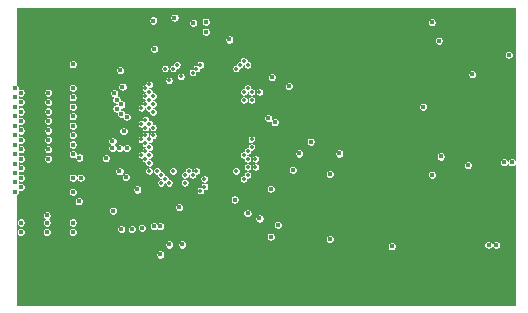
<source format=gbr>
G04 (created by PCBNEW (2013-07-07 BZR 4022)-stable) date 19/11/2015 00:50:24*
%MOIN*%
G04 Gerber Fmt 3.4, Leading zero omitted, Abs format*
%FSLAX34Y34*%
G01*
G70*
G90*
G04 APERTURE LIST*
%ADD10C,0.00590551*%
%ADD11C,0.015748*%
%ADD12C,0.0137795*%
%ADD13C,0.00393701*%
G04 APERTURE END LIST*
G54D10*
G54D11*
X69625Y-48818D03*
X68582Y-48681D03*
X67874Y-48779D03*
X69212Y-48858D03*
X71830Y-50669D03*
X71929Y-52165D03*
X71023Y-55196D03*
X71712Y-52027D03*
X72529Y-53759D03*
X68110Y-55629D03*
X67893Y-55629D03*
X70413Y-49409D03*
X74074Y-53208D03*
X63464Y-55511D03*
X64330Y-55511D03*
X65196Y-55511D03*
X68405Y-56240D03*
X73759Y-53897D03*
X71791Y-55984D03*
X73759Y-56062D03*
X68838Y-56240D03*
X69625Y-49153D03*
X71417Y-55374D03*
X67913Y-49724D03*
X72401Y-50964D03*
X73129Y-52814D03*
X75826Y-56299D03*
X78503Y-50570D03*
X78366Y-53602D03*
X77165Y-53917D03*
X76870Y-51653D03*
X77165Y-48838D03*
X65196Y-55826D03*
X64330Y-55826D03*
X63464Y-55826D03*
G54D12*
X70890Y-53264D03*
X69580Y-54313D03*
X70629Y-53789D03*
X68662Y-50249D03*
X67745Y-52216D03*
G54D11*
X63267Y-53858D03*
X63464Y-51496D03*
G54D12*
X67614Y-51036D03*
G54D11*
X63267Y-51338D03*
G54D12*
X67745Y-51167D03*
G54D11*
X63267Y-51023D03*
G54D12*
X67744Y-51691D03*
G54D11*
X63464Y-52125D03*
G54D12*
X67481Y-51691D03*
G54D11*
X65196Y-51023D03*
X66850Y-50984D03*
G54D12*
X67614Y-51298D03*
G54D11*
X63267Y-51653D03*
X63464Y-51811D03*
G54D12*
X67745Y-51429D03*
G54D11*
X63464Y-51181D03*
G54D12*
X67876Y-51560D03*
G54D11*
X66574Y-51200D03*
X64370Y-51181D03*
X65196Y-51338D03*
X66653Y-51417D03*
G54D12*
X67614Y-51560D03*
G54D11*
X63267Y-51968D03*
X66811Y-51574D03*
X64370Y-51496D03*
X63267Y-53228D03*
G54D12*
X67745Y-53527D03*
G54D11*
X64370Y-53385D03*
G54D12*
X67614Y-53396D03*
G54D11*
X63267Y-52283D03*
G54D12*
X67745Y-52740D03*
G54D11*
X63464Y-52440D03*
G54D12*
X67483Y-52740D03*
X67744Y-53264D03*
G54D11*
X63464Y-53385D03*
G54D12*
X67481Y-53264D03*
G54D11*
X65196Y-53228D03*
X63267Y-52913D03*
G54D12*
X67614Y-53133D03*
G54D11*
X63464Y-53070D03*
X66751Y-53799D03*
X63464Y-52755D03*
G54D12*
X67745Y-53002D03*
G54D11*
X66988Y-53031D03*
X64370Y-53070D03*
X63267Y-52598D03*
G54D12*
X67614Y-52871D03*
G54D11*
X65196Y-52913D03*
X66751Y-53031D03*
X66988Y-51988D03*
X65196Y-51968D03*
X66515Y-52795D03*
X65196Y-52598D03*
X66811Y-51889D03*
X64370Y-51811D03*
X64370Y-52440D03*
G54D12*
X67876Y-52609D03*
G54D11*
X63464Y-54330D03*
X67500Y-55688D03*
X65393Y-54803D03*
X67165Y-55728D03*
X66811Y-55728D03*
X63267Y-54488D03*
X63267Y-54173D03*
X66535Y-55118D03*
X75039Y-56220D03*
X75255Y-56437D03*
X76181Y-56299D03*
X74763Y-56555D03*
X78503Y-51771D03*
X78503Y-51220D03*
X78503Y-51496D03*
X78503Y-50925D03*
X78720Y-54192D03*
X78090Y-53602D03*
X78503Y-54527D03*
X76003Y-51791D03*
X73562Y-49625D03*
X73917Y-50059D03*
X74370Y-50413D03*
X75570Y-49547D03*
X75216Y-49547D03*
X76023Y-48759D03*
X71515Y-57086D03*
X71870Y-57086D03*
X72775Y-57086D03*
X71870Y-56594D03*
X72775Y-56594D03*
X74960Y-54488D03*
X75885Y-54488D03*
X75885Y-55000D03*
X74960Y-55000D03*
X74625Y-55000D03*
X64783Y-57342D03*
X64330Y-50866D03*
X63877Y-57342D03*
X63464Y-56062D03*
X65196Y-55275D03*
X65196Y-56535D03*
X64330Y-56535D03*
X63464Y-56535D03*
X63464Y-57086D03*
X63464Y-56771D03*
X64330Y-57086D03*
X64330Y-56771D03*
X65196Y-56771D03*
X65196Y-57086D03*
X65196Y-56062D03*
X65196Y-55039D03*
X63464Y-55275D03*
X63464Y-55039D03*
X63464Y-54724D03*
X63464Y-50866D03*
X64330Y-50393D03*
X63464Y-50393D03*
X64783Y-49271D03*
X63877Y-49271D03*
X64330Y-50157D03*
X63464Y-50157D03*
X65196Y-49842D03*
X63464Y-49842D03*
X64330Y-49842D03*
X63464Y-49527D03*
X64330Y-49527D03*
X65196Y-49527D03*
X67460Y-56062D03*
X66141Y-52421D03*
X71791Y-55334D03*
X66122Y-57874D03*
X65492Y-57874D03*
X66830Y-58011D03*
X66456Y-58011D03*
X69606Y-58011D03*
X68464Y-58011D03*
X69035Y-58011D03*
X72578Y-58129D03*
X71003Y-58129D03*
X75157Y-58011D03*
X74015Y-58011D03*
X74586Y-58011D03*
X77500Y-57598D03*
X76791Y-58011D03*
X77362Y-58011D03*
X77500Y-54783D03*
X78129Y-54783D03*
X77814Y-51200D03*
X78129Y-51830D03*
X77500Y-51830D03*
X78129Y-48976D03*
X78129Y-48622D03*
X73818Y-48464D03*
X72578Y-48464D03*
X71043Y-48464D03*
X66456Y-48602D03*
X65492Y-48740D03*
X66122Y-48740D03*
X78503Y-49330D03*
X78503Y-48622D03*
X79133Y-48444D03*
X79763Y-48444D03*
X78503Y-48976D03*
X79330Y-53503D03*
X79842Y-50905D03*
X79448Y-50551D03*
X79192Y-54803D03*
X78503Y-54803D03*
X78503Y-55295D03*
X78503Y-55039D03*
X79566Y-56259D03*
X78503Y-57283D03*
X78503Y-57992D03*
X79881Y-58188D03*
X78858Y-58188D03*
X79133Y-58188D03*
X78503Y-57637D03*
X68838Y-57047D03*
X72598Y-55984D03*
X77539Y-50708D03*
X76850Y-52696D03*
X76318Y-54291D03*
X75807Y-53307D03*
X76614Y-52972D03*
X76614Y-53641D03*
X76515Y-53307D03*
X77539Y-50354D03*
X76614Y-49783D03*
X76614Y-48641D03*
X76515Y-49448D03*
X76614Y-49114D03*
X66535Y-55433D03*
X65807Y-49507D03*
X65807Y-57106D03*
X65807Y-55413D03*
X65807Y-54153D03*
X65807Y-52460D03*
X66515Y-53799D03*
X66181Y-54153D03*
X74350Y-53641D03*
X74360Y-56328D03*
X75531Y-52716D03*
X74980Y-50925D03*
X74724Y-51791D03*
X75216Y-50925D03*
X67185Y-49389D03*
X69389Y-49153D03*
X68523Y-49744D03*
X67204Y-48661D03*
G54D12*
X69974Y-50511D03*
G54D11*
X69763Y-51062D03*
X69763Y-51338D03*
X69488Y-51338D03*
X70039Y-51062D03*
X70314Y-51614D03*
X70314Y-52165D03*
X70039Y-52716D03*
X70314Y-52992D03*
X70039Y-52992D03*
X69763Y-52992D03*
X69232Y-52992D03*
X68700Y-52992D03*
X68149Y-52992D03*
X68700Y-52165D03*
X68425Y-51062D03*
X68700Y-51614D03*
X68700Y-51338D03*
X68700Y-51062D03*
X69232Y-51062D03*
X68956Y-51062D03*
X69488Y-51062D03*
X68956Y-51338D03*
X69232Y-51338D03*
X68425Y-51338D03*
X70039Y-51338D03*
X70314Y-51338D03*
X70590Y-51338D03*
X70590Y-51614D03*
X70039Y-51614D03*
X69763Y-51614D03*
X68425Y-51614D03*
X69232Y-51614D03*
X68956Y-51614D03*
X69488Y-51614D03*
X69488Y-52165D03*
X68956Y-52165D03*
X69232Y-52165D03*
X68425Y-52165D03*
X69763Y-52165D03*
X70039Y-52165D03*
X70590Y-52165D03*
X70590Y-51889D03*
X70314Y-51889D03*
X70039Y-51889D03*
X69763Y-51889D03*
X68425Y-51889D03*
X68700Y-51889D03*
X69232Y-51889D03*
X68956Y-51889D03*
X69488Y-51889D03*
X69488Y-52992D03*
X68956Y-52992D03*
X68425Y-52992D03*
X70039Y-53267D03*
X69763Y-53267D03*
X68149Y-53267D03*
X68425Y-53267D03*
X68700Y-53267D03*
X69232Y-53267D03*
X68956Y-53267D03*
X69488Y-53267D03*
X69488Y-52716D03*
X68956Y-52716D03*
X69232Y-52716D03*
X68700Y-52716D03*
X68425Y-52716D03*
X69763Y-52716D03*
X70314Y-52716D03*
X70314Y-52440D03*
X70039Y-52440D03*
X69763Y-52440D03*
X68149Y-52440D03*
X68425Y-52440D03*
X68700Y-52440D03*
X69232Y-52440D03*
X68956Y-52440D03*
X69488Y-52440D03*
X72322Y-52401D03*
X71811Y-51338D03*
G54D12*
X70760Y-54182D03*
G54D11*
X71791Y-54133D03*
G54D12*
X70891Y-53789D03*
G54D11*
X68228Y-54881D03*
G54D12*
X68662Y-54182D03*
X69056Y-54313D03*
G54D11*
X71968Y-53976D03*
X69015Y-54724D03*
X69114Y-55000D03*
X69822Y-54842D03*
X71870Y-53070D03*
G54D12*
X71416Y-53527D03*
X71285Y-53133D03*
X71285Y-52871D03*
X70760Y-50774D03*
X70105Y-50642D03*
X69187Y-50774D03*
X69056Y-50642D03*
X68792Y-50380D03*
X68400Y-50249D03*
G54D11*
X67913Y-49940D03*
G54D12*
X68400Y-53920D03*
X67351Y-53396D03*
X67483Y-51167D03*
X67614Y-51822D03*
X67876Y-52085D03*
G54D11*
X67224Y-53779D03*
G54D12*
X67745Y-51953D03*
G54D11*
X64330Y-55275D03*
X77401Y-49448D03*
X65196Y-54015D03*
X77460Y-53307D03*
X65452Y-54015D03*
X63464Y-53700D03*
X66653Y-51712D03*
X65196Y-51653D03*
X66515Y-53031D03*
X64370Y-52755D03*
G54D12*
X71022Y-50249D03*
G54D11*
X79724Y-49921D03*
G54D12*
X70760Y-50249D03*
X70628Y-50380D03*
X70891Y-50118D03*
X69187Y-50511D03*
X71153Y-51429D03*
X69449Y-54444D03*
X69317Y-50380D03*
X69449Y-50249D03*
X68268Y-50380D03*
X68794Y-50642D03*
G54D11*
X70590Y-54744D03*
G54D12*
X68925Y-53920D03*
X69579Y-54051D03*
X68925Y-54182D03*
G54D11*
X72027Y-55590D03*
G54D12*
X71416Y-51167D03*
X70891Y-51167D03*
X68400Y-50774D03*
X70890Y-54051D03*
X69187Y-53920D03*
G54D11*
X68740Y-55000D03*
X68110Y-56574D03*
G54D12*
X69056Y-53789D03*
G54D11*
X66889Y-52460D03*
X66968Y-53996D03*
G54D12*
X67744Y-50905D03*
X67614Y-52085D03*
X71153Y-51167D03*
X70891Y-51429D03*
X71022Y-51036D03*
X71022Y-53658D03*
X68531Y-53789D03*
X68400Y-54182D03*
X67614Y-52609D03*
G54D11*
X66299Y-53366D03*
X66771Y-50433D03*
G54D12*
X67876Y-51298D03*
X67876Y-51822D03*
X71153Y-52740D03*
X71022Y-53396D03*
X71285Y-53658D03*
X71153Y-53002D03*
X71285Y-53396D03*
G54D11*
X72736Y-53208D03*
G54D12*
X71022Y-53133D03*
X68007Y-53789D03*
X67745Y-53789D03*
G54D11*
X79822Y-53503D03*
G54D12*
X68268Y-54051D03*
G54D11*
X79055Y-56259D03*
X79566Y-53503D03*
G54D12*
X68138Y-54182D03*
G54D11*
X79311Y-56259D03*
X71791Y-54389D03*
G54D12*
X69318Y-53789D03*
G54D11*
X63464Y-54015D03*
G54D12*
X68138Y-53920D03*
X68530Y-50380D03*
G54D11*
X65196Y-50236D03*
X65413Y-53346D03*
G54D12*
X67483Y-52216D03*
G54D11*
X64370Y-52125D03*
G54D12*
X67614Y-52347D03*
G54D11*
X65196Y-52283D03*
X65196Y-54488D03*
G54D12*
X71022Y-53920D03*
G54D11*
X63267Y-53543D03*
X67342Y-54409D03*
G54D12*
X67876Y-52347D03*
G54D10*
G36*
X79940Y-58248D02*
X79448Y-58248D01*
X79448Y-56232D01*
X79427Y-56181D01*
X79389Y-56143D01*
X79338Y-56122D01*
X79283Y-56122D01*
X79233Y-56142D01*
X79194Y-56181D01*
X79183Y-56208D01*
X79172Y-56181D01*
X79133Y-56143D01*
X79082Y-56122D01*
X79027Y-56122D01*
X78977Y-56142D01*
X78938Y-56181D01*
X78917Y-56232D01*
X78917Y-56287D01*
X78938Y-56337D01*
X78976Y-56376D01*
X79027Y-56397D01*
X79082Y-56397D01*
X79133Y-56376D01*
X79171Y-56337D01*
X79183Y-56311D01*
X79194Y-56337D01*
X79232Y-56376D01*
X79283Y-56397D01*
X79338Y-56397D01*
X79388Y-56376D01*
X79427Y-56337D01*
X79448Y-56287D01*
X79448Y-56232D01*
X79448Y-58248D01*
X78641Y-58248D01*
X78641Y-50543D01*
X78620Y-50492D01*
X78582Y-50454D01*
X78531Y-50433D01*
X78476Y-50433D01*
X78425Y-50453D01*
X78387Y-50492D01*
X78366Y-50543D01*
X78366Y-50598D01*
X78387Y-50648D01*
X78425Y-50687D01*
X78476Y-50708D01*
X78531Y-50708D01*
X78581Y-50687D01*
X78620Y-50649D01*
X78641Y-50598D01*
X78641Y-50543D01*
X78641Y-58248D01*
X78503Y-58248D01*
X78503Y-53575D01*
X78483Y-53524D01*
X78444Y-53485D01*
X78393Y-53464D01*
X78338Y-53464D01*
X78288Y-53485D01*
X78249Y-53524D01*
X78228Y-53574D01*
X78228Y-53629D01*
X78249Y-53680D01*
X78287Y-53719D01*
X78338Y-53740D01*
X78393Y-53740D01*
X78444Y-53719D01*
X78482Y-53680D01*
X78503Y-53629D01*
X78503Y-53575D01*
X78503Y-58248D01*
X77598Y-58248D01*
X77598Y-53279D01*
X77577Y-53229D01*
X77539Y-53190D01*
X77539Y-49421D01*
X77518Y-49370D01*
X77479Y-49332D01*
X77429Y-49311D01*
X77374Y-49310D01*
X77323Y-49331D01*
X77303Y-49352D01*
X77303Y-48811D01*
X77282Y-48760D01*
X77243Y-48721D01*
X77192Y-48700D01*
X77138Y-48700D01*
X77087Y-48721D01*
X77048Y-48760D01*
X77027Y-48811D01*
X77027Y-48865D01*
X77048Y-48916D01*
X77087Y-48955D01*
X77137Y-48976D01*
X77192Y-48976D01*
X77243Y-48955D01*
X77282Y-48916D01*
X77303Y-48866D01*
X77303Y-48811D01*
X77303Y-49352D01*
X77284Y-49370D01*
X77263Y-49421D01*
X77263Y-49476D01*
X77284Y-49526D01*
X77323Y-49565D01*
X77374Y-49586D01*
X77428Y-49586D01*
X77479Y-49565D01*
X77518Y-49526D01*
X77539Y-49476D01*
X77539Y-49421D01*
X77539Y-53190D01*
X77538Y-53190D01*
X77488Y-53169D01*
X77433Y-53169D01*
X77382Y-53190D01*
X77343Y-53228D01*
X77322Y-53279D01*
X77322Y-53334D01*
X77343Y-53385D01*
X77382Y-53423D01*
X77433Y-53444D01*
X77487Y-53444D01*
X77538Y-53423D01*
X77577Y-53385D01*
X77598Y-53334D01*
X77598Y-53279D01*
X77598Y-58248D01*
X77303Y-58248D01*
X77303Y-53890D01*
X77282Y-53839D01*
X77243Y-53800D01*
X77192Y-53779D01*
X77138Y-53779D01*
X77087Y-53800D01*
X77048Y-53839D01*
X77027Y-53889D01*
X77027Y-53944D01*
X77048Y-53995D01*
X77087Y-54034D01*
X77137Y-54055D01*
X77192Y-54055D01*
X77243Y-54034D01*
X77282Y-53995D01*
X77303Y-53944D01*
X77303Y-53890D01*
X77303Y-58248D01*
X77007Y-58248D01*
X77007Y-51626D01*
X76986Y-51575D01*
X76948Y-51536D01*
X76897Y-51515D01*
X76842Y-51515D01*
X76792Y-51536D01*
X76753Y-51575D01*
X76732Y-51626D01*
X76732Y-51680D01*
X76753Y-51731D01*
X76791Y-51770D01*
X76842Y-51791D01*
X76897Y-51791D01*
X76948Y-51770D01*
X76986Y-51731D01*
X77007Y-51681D01*
X77007Y-51626D01*
X77007Y-58248D01*
X75964Y-58248D01*
X75964Y-56271D01*
X75943Y-56221D01*
X75904Y-56182D01*
X75854Y-56161D01*
X75799Y-56161D01*
X75748Y-56182D01*
X75710Y-56221D01*
X75689Y-56271D01*
X75688Y-56326D01*
X75709Y-56377D01*
X75748Y-56415D01*
X75799Y-56436D01*
X75854Y-56437D01*
X75904Y-56416D01*
X75943Y-56377D01*
X75964Y-56326D01*
X75964Y-56271D01*
X75964Y-58248D01*
X74212Y-58248D01*
X74212Y-53181D01*
X74191Y-53130D01*
X74152Y-53091D01*
X74102Y-53070D01*
X74047Y-53070D01*
X73996Y-53091D01*
X73958Y-53130D01*
X73937Y-53181D01*
X73936Y-53235D01*
X73957Y-53286D01*
X73996Y-53325D01*
X74047Y-53346D01*
X74102Y-53346D01*
X74152Y-53325D01*
X74191Y-53286D01*
X74212Y-53236D01*
X74212Y-53181D01*
X74212Y-58248D01*
X73897Y-58248D01*
X73897Y-56035D01*
X73897Y-53870D01*
X73876Y-53819D01*
X73837Y-53780D01*
X73787Y-53759D01*
X73732Y-53759D01*
X73681Y-53780D01*
X73643Y-53819D01*
X73622Y-53870D01*
X73622Y-53924D01*
X73642Y-53975D01*
X73681Y-54014D01*
X73732Y-54035D01*
X73787Y-54035D01*
X73837Y-54014D01*
X73876Y-53975D01*
X73897Y-53925D01*
X73897Y-53870D01*
X73897Y-56035D01*
X73876Y-55985D01*
X73837Y-55946D01*
X73787Y-55925D01*
X73732Y-55925D01*
X73681Y-55946D01*
X73643Y-55984D01*
X73622Y-56035D01*
X73622Y-56090D01*
X73642Y-56140D01*
X73681Y-56179D01*
X73732Y-56200D01*
X73787Y-56200D01*
X73837Y-56179D01*
X73876Y-56141D01*
X73897Y-56090D01*
X73897Y-56035D01*
X73897Y-58248D01*
X73267Y-58248D01*
X73267Y-52787D01*
X73246Y-52737D01*
X73208Y-52698D01*
X73157Y-52677D01*
X73102Y-52677D01*
X73051Y-52698D01*
X73013Y-52736D01*
X72992Y-52787D01*
X72992Y-52842D01*
X73013Y-52892D01*
X73051Y-52931D01*
X73102Y-52952D01*
X73157Y-52952D01*
X73207Y-52931D01*
X73246Y-52893D01*
X73267Y-52842D01*
X73267Y-52787D01*
X73267Y-58248D01*
X72874Y-58248D01*
X72874Y-53181D01*
X72853Y-53130D01*
X72814Y-53091D01*
X72763Y-53070D01*
X72708Y-53070D01*
X72658Y-53091D01*
X72619Y-53130D01*
X72598Y-53181D01*
X72598Y-53235D01*
X72619Y-53286D01*
X72658Y-53325D01*
X72708Y-53346D01*
X72763Y-53346D01*
X72814Y-53325D01*
X72852Y-53286D01*
X72873Y-53236D01*
X72874Y-53181D01*
X72874Y-58248D01*
X72667Y-58248D01*
X72667Y-53732D01*
X72646Y-53681D01*
X72607Y-53643D01*
X72557Y-53622D01*
X72539Y-53622D01*
X72539Y-50937D01*
X72518Y-50886D01*
X72479Y-50847D01*
X72429Y-50826D01*
X72374Y-50826D01*
X72323Y-50847D01*
X72284Y-50886D01*
X72263Y-50937D01*
X72263Y-50991D01*
X72284Y-51042D01*
X72323Y-51081D01*
X72374Y-51102D01*
X72428Y-51102D01*
X72479Y-51081D01*
X72518Y-51042D01*
X72539Y-50992D01*
X72539Y-50937D01*
X72539Y-53622D01*
X72502Y-53622D01*
X72451Y-53642D01*
X72412Y-53681D01*
X72391Y-53732D01*
X72391Y-53787D01*
X72412Y-53837D01*
X72451Y-53876D01*
X72501Y-53897D01*
X72556Y-53897D01*
X72607Y-53876D01*
X72646Y-53837D01*
X72667Y-53787D01*
X72667Y-53732D01*
X72667Y-58248D01*
X72165Y-58248D01*
X72165Y-55563D01*
X72144Y-55512D01*
X72105Y-55473D01*
X72066Y-55457D01*
X72066Y-52138D01*
X72046Y-52087D01*
X72007Y-52048D01*
X71968Y-52032D01*
X71968Y-50642D01*
X71947Y-50591D01*
X71908Y-50552D01*
X71858Y-50531D01*
X71803Y-50531D01*
X71752Y-50552D01*
X71713Y-50591D01*
X71692Y-50641D01*
X71692Y-50696D01*
X71713Y-50747D01*
X71752Y-50786D01*
X71803Y-50807D01*
X71857Y-50807D01*
X71908Y-50786D01*
X71947Y-50747D01*
X71968Y-50696D01*
X71968Y-50642D01*
X71968Y-52032D01*
X71956Y-52027D01*
X71901Y-52027D01*
X71851Y-52048D01*
X71850Y-52049D01*
X71850Y-52000D01*
X71829Y-51949D01*
X71790Y-51910D01*
X71740Y-51889D01*
X71685Y-51889D01*
X71634Y-51910D01*
X71595Y-51949D01*
X71574Y-52000D01*
X71574Y-52054D01*
X71595Y-52105D01*
X71634Y-52144D01*
X71685Y-52165D01*
X71739Y-52165D01*
X71790Y-52144D01*
X71791Y-52143D01*
X71791Y-52192D01*
X71812Y-52243D01*
X71850Y-52282D01*
X71901Y-52303D01*
X71956Y-52303D01*
X72007Y-52282D01*
X72045Y-52243D01*
X72066Y-52192D01*
X72066Y-52138D01*
X72066Y-55457D01*
X72055Y-55452D01*
X72000Y-55452D01*
X71949Y-55473D01*
X71929Y-55494D01*
X71929Y-54362D01*
X71908Y-54311D01*
X71869Y-54273D01*
X71818Y-54251D01*
X71764Y-54251D01*
X71713Y-54272D01*
X71674Y-54311D01*
X71653Y-54362D01*
X71653Y-54417D01*
X71674Y-54467D01*
X71713Y-54506D01*
X71763Y-54527D01*
X71818Y-54527D01*
X71869Y-54506D01*
X71908Y-54467D01*
X71929Y-54417D01*
X71929Y-54362D01*
X71929Y-55494D01*
X71910Y-55512D01*
X71889Y-55563D01*
X71889Y-55617D01*
X71910Y-55668D01*
X71949Y-55707D01*
X72000Y-55728D01*
X72054Y-55728D01*
X72105Y-55707D01*
X72144Y-55668D01*
X72165Y-55618D01*
X72165Y-55563D01*
X72165Y-58248D01*
X71929Y-58248D01*
X71929Y-55956D01*
X71908Y-55906D01*
X71869Y-55867D01*
X71818Y-55846D01*
X71764Y-55846D01*
X71713Y-55867D01*
X71674Y-55906D01*
X71653Y-55956D01*
X71653Y-56011D01*
X71674Y-56062D01*
X71713Y-56101D01*
X71763Y-56122D01*
X71818Y-56122D01*
X71869Y-56101D01*
X71908Y-56062D01*
X71929Y-56011D01*
X71929Y-55956D01*
X71929Y-58248D01*
X71555Y-58248D01*
X71555Y-55346D01*
X71544Y-55320D01*
X71544Y-51141D01*
X71524Y-51094D01*
X71488Y-51058D01*
X71441Y-51039D01*
X71390Y-51039D01*
X71343Y-51058D01*
X71307Y-51094D01*
X71288Y-51141D01*
X71288Y-51192D01*
X71307Y-51239D01*
X71343Y-51275D01*
X71390Y-51295D01*
X71441Y-51295D01*
X71488Y-51275D01*
X71524Y-51239D01*
X71544Y-51192D01*
X71544Y-51141D01*
X71544Y-55320D01*
X71534Y-55296D01*
X71495Y-55257D01*
X71444Y-55236D01*
X71413Y-55236D01*
X71413Y-53632D01*
X71413Y-53370D01*
X71393Y-53323D01*
X71357Y-53287D01*
X71310Y-53268D01*
X71281Y-53268D01*
X71281Y-52977D01*
X71281Y-52715D01*
X71281Y-51404D01*
X71281Y-51141D01*
X71262Y-51094D01*
X71226Y-51058D01*
X71179Y-51039D01*
X71150Y-51039D01*
X71150Y-51010D01*
X71150Y-50224D01*
X71131Y-50177D01*
X71095Y-50141D01*
X71048Y-50121D01*
X71019Y-50121D01*
X71019Y-50093D01*
X71000Y-50046D01*
X70964Y-50010D01*
X70917Y-49990D01*
X70866Y-49990D01*
X70819Y-50009D01*
X70783Y-50045D01*
X70763Y-50092D01*
X70763Y-50121D01*
X70735Y-50121D01*
X70688Y-50141D01*
X70652Y-50177D01*
X70632Y-50224D01*
X70632Y-50252D01*
X70603Y-50252D01*
X70555Y-50272D01*
X70551Y-50276D01*
X70551Y-49382D01*
X70530Y-49331D01*
X70491Y-49292D01*
X70440Y-49271D01*
X70386Y-49271D01*
X70335Y-49292D01*
X70296Y-49331D01*
X70275Y-49381D01*
X70275Y-49436D01*
X70296Y-49487D01*
X70335Y-49526D01*
X70385Y-49547D01*
X70440Y-49547D01*
X70491Y-49526D01*
X70530Y-49487D01*
X70551Y-49436D01*
X70551Y-49382D01*
X70551Y-50276D01*
X70519Y-50308D01*
X70500Y-50355D01*
X70500Y-50406D01*
X70519Y-50453D01*
X70555Y-50489D01*
X70602Y-50508D01*
X70653Y-50508D01*
X70700Y-50489D01*
X70736Y-50453D01*
X70756Y-50406D01*
X70756Y-50377D01*
X70785Y-50377D01*
X70833Y-50358D01*
X70869Y-50322D01*
X70888Y-50275D01*
X70888Y-50246D01*
X70894Y-50246D01*
X70894Y-50274D01*
X70914Y-50321D01*
X70950Y-50358D01*
X70997Y-50377D01*
X71048Y-50377D01*
X71095Y-50358D01*
X71131Y-50322D01*
X71150Y-50275D01*
X71150Y-50224D01*
X71150Y-51010D01*
X71131Y-50963D01*
X71095Y-50927D01*
X71048Y-50908D01*
X70997Y-50908D01*
X70950Y-50927D01*
X70914Y-50963D01*
X70894Y-51010D01*
X70894Y-51039D01*
X70866Y-51039D01*
X70819Y-51058D01*
X70783Y-51094D01*
X70763Y-51141D01*
X70763Y-51192D01*
X70783Y-51239D01*
X70819Y-51275D01*
X70866Y-51295D01*
X70917Y-51295D01*
X70964Y-51275D01*
X71000Y-51239D01*
X71019Y-51192D01*
X71019Y-51164D01*
X71025Y-51164D01*
X71025Y-51192D01*
X71045Y-51239D01*
X71081Y-51275D01*
X71128Y-51295D01*
X71179Y-51295D01*
X71226Y-51275D01*
X71262Y-51239D01*
X71281Y-51192D01*
X71281Y-51141D01*
X71281Y-51404D01*
X71262Y-51357D01*
X71226Y-51321D01*
X71179Y-51301D01*
X71128Y-51301D01*
X71081Y-51320D01*
X71045Y-51356D01*
X71026Y-51403D01*
X71025Y-51454D01*
X71045Y-51501D01*
X71081Y-51537D01*
X71128Y-51557D01*
X71179Y-51557D01*
X71226Y-51538D01*
X71262Y-51502D01*
X71281Y-51455D01*
X71281Y-51404D01*
X71281Y-52715D01*
X71262Y-52668D01*
X71226Y-52632D01*
X71179Y-52612D01*
X71128Y-52612D01*
X71081Y-52632D01*
X71045Y-52667D01*
X71026Y-52714D01*
X71025Y-52765D01*
X71045Y-52812D01*
X71081Y-52848D01*
X71128Y-52868D01*
X71179Y-52868D01*
X71226Y-52849D01*
X71262Y-52813D01*
X71281Y-52766D01*
X71281Y-52715D01*
X71281Y-52977D01*
X71262Y-52930D01*
X71226Y-52894D01*
X71179Y-52874D01*
X71128Y-52874D01*
X71081Y-52894D01*
X71045Y-52930D01*
X71026Y-52977D01*
X71025Y-53005D01*
X71019Y-53005D01*
X71019Y-51404D01*
X71000Y-51357D01*
X70964Y-51321D01*
X70917Y-51301D01*
X70866Y-51301D01*
X70819Y-51320D01*
X70783Y-51356D01*
X70763Y-51403D01*
X70763Y-51454D01*
X70783Y-51501D01*
X70819Y-51537D01*
X70866Y-51557D01*
X70917Y-51557D01*
X70964Y-51538D01*
X71000Y-51502D01*
X71019Y-51455D01*
X71019Y-51404D01*
X71019Y-53005D01*
X70997Y-53005D01*
X70950Y-53025D01*
X70914Y-53061D01*
X70894Y-53108D01*
X70894Y-53137D01*
X70865Y-53136D01*
X70818Y-53156D01*
X70782Y-53192D01*
X70762Y-53239D01*
X70762Y-53290D01*
X70782Y-53337D01*
X70817Y-53373D01*
X70864Y-53392D01*
X70894Y-53392D01*
X70894Y-53421D01*
X70914Y-53468D01*
X70950Y-53504D01*
X70997Y-53523D01*
X71048Y-53524D01*
X71095Y-53504D01*
X71131Y-53468D01*
X71150Y-53421D01*
X71150Y-53370D01*
X71131Y-53323D01*
X71095Y-53287D01*
X71048Y-53268D01*
X71018Y-53268D01*
X71018Y-53261D01*
X71048Y-53261D01*
X71095Y-53242D01*
X71131Y-53206D01*
X71150Y-53159D01*
X71150Y-53130D01*
X71179Y-53130D01*
X71226Y-53111D01*
X71262Y-53075D01*
X71281Y-53028D01*
X71281Y-52977D01*
X71281Y-53268D01*
X71259Y-53268D01*
X71212Y-53287D01*
X71176Y-53323D01*
X71157Y-53370D01*
X71157Y-53421D01*
X71176Y-53468D01*
X71212Y-53504D01*
X71259Y-53523D01*
X71310Y-53524D01*
X71357Y-53504D01*
X71393Y-53468D01*
X71412Y-53421D01*
X71413Y-53370D01*
X71413Y-53632D01*
X71393Y-53585D01*
X71357Y-53549D01*
X71310Y-53530D01*
X71259Y-53530D01*
X71212Y-53549D01*
X71176Y-53585D01*
X71157Y-53632D01*
X71157Y-53683D01*
X71176Y-53730D01*
X71212Y-53766D01*
X71259Y-53786D01*
X71310Y-53786D01*
X71357Y-53766D01*
X71393Y-53730D01*
X71412Y-53683D01*
X71413Y-53632D01*
X71413Y-55236D01*
X71390Y-55236D01*
X71339Y-55257D01*
X71300Y-55295D01*
X71279Y-55346D01*
X71279Y-55401D01*
X71300Y-55451D01*
X71339Y-55490D01*
X71389Y-55511D01*
X71444Y-55511D01*
X71495Y-55490D01*
X71534Y-55452D01*
X71555Y-55401D01*
X71555Y-55346D01*
X71555Y-58248D01*
X71161Y-58248D01*
X71161Y-55169D01*
X71150Y-55143D01*
X71150Y-53895D01*
X71150Y-53632D01*
X71131Y-53585D01*
X71095Y-53549D01*
X71048Y-53530D01*
X70997Y-53530D01*
X70950Y-53549D01*
X70914Y-53585D01*
X70894Y-53632D01*
X70894Y-53683D01*
X70914Y-53730D01*
X70950Y-53766D01*
X70997Y-53786D01*
X71048Y-53786D01*
X71095Y-53766D01*
X71131Y-53730D01*
X71150Y-53683D01*
X71150Y-53632D01*
X71150Y-53895D01*
X71131Y-53848D01*
X71095Y-53812D01*
X71048Y-53792D01*
X70997Y-53792D01*
X70950Y-53811D01*
X70914Y-53847D01*
X70894Y-53894D01*
X70894Y-53923D01*
X70865Y-53923D01*
X70818Y-53943D01*
X70782Y-53979D01*
X70762Y-54026D01*
X70762Y-54076D01*
X70782Y-54123D01*
X70817Y-54159D01*
X70864Y-54179D01*
X70915Y-54179D01*
X70962Y-54160D01*
X70998Y-54124D01*
X71018Y-54077D01*
X71018Y-54048D01*
X71048Y-54048D01*
X71095Y-54029D01*
X71131Y-53993D01*
X71150Y-53946D01*
X71150Y-53895D01*
X71150Y-55143D01*
X71140Y-55118D01*
X71101Y-55080D01*
X71051Y-55059D01*
X70996Y-55059D01*
X70945Y-55079D01*
X70906Y-55118D01*
X70885Y-55169D01*
X70885Y-55224D01*
X70906Y-55274D01*
X70945Y-55313D01*
X70996Y-55334D01*
X71050Y-55334D01*
X71101Y-55313D01*
X71140Y-55275D01*
X71161Y-55224D01*
X71161Y-55169D01*
X71161Y-58248D01*
X70757Y-58248D01*
X70757Y-53764D01*
X70738Y-53716D01*
X70702Y-53680D01*
X70655Y-53661D01*
X70604Y-53661D01*
X70557Y-53680D01*
X70521Y-53716D01*
X70501Y-53763D01*
X70501Y-53814D01*
X70520Y-53861D01*
X70556Y-53897D01*
X70603Y-53917D01*
X70654Y-53917D01*
X70701Y-53897D01*
X70737Y-53861D01*
X70757Y-53814D01*
X70757Y-53764D01*
X70757Y-58248D01*
X70728Y-58248D01*
X70728Y-54716D01*
X70707Y-54666D01*
X70668Y-54627D01*
X70618Y-54606D01*
X70563Y-54606D01*
X70512Y-54627D01*
X70473Y-54665D01*
X70452Y-54716D01*
X70452Y-54771D01*
X70473Y-54822D01*
X70512Y-54860D01*
X70563Y-54881D01*
X70617Y-54881D01*
X70668Y-54860D01*
X70707Y-54822D01*
X70728Y-54771D01*
X70728Y-54716D01*
X70728Y-58248D01*
X69763Y-58248D01*
X69763Y-49126D01*
X69763Y-48791D01*
X69742Y-48740D01*
X69704Y-48702D01*
X69653Y-48681D01*
X69598Y-48681D01*
X69548Y-48702D01*
X69509Y-48740D01*
X69488Y-48791D01*
X69488Y-48846D01*
X69509Y-48896D01*
X69547Y-48935D01*
X69598Y-48956D01*
X69653Y-48956D01*
X69703Y-48935D01*
X69742Y-48897D01*
X69763Y-48846D01*
X69763Y-48791D01*
X69763Y-49126D01*
X69742Y-49075D01*
X69704Y-49036D01*
X69653Y-49015D01*
X69598Y-49015D01*
X69548Y-49036D01*
X69509Y-49075D01*
X69488Y-49126D01*
X69488Y-49180D01*
X69509Y-49231D01*
X69547Y-49270D01*
X69598Y-49291D01*
X69653Y-49291D01*
X69703Y-49270D01*
X69742Y-49231D01*
X69763Y-49181D01*
X69763Y-49126D01*
X69763Y-58248D01*
X69708Y-58248D01*
X69708Y-54288D01*
X69707Y-54285D01*
X69707Y-54026D01*
X69688Y-53979D01*
X69652Y-53943D01*
X69605Y-53923D01*
X69577Y-53923D01*
X69577Y-50224D01*
X69558Y-50177D01*
X69522Y-50141D01*
X69475Y-50121D01*
X69424Y-50121D01*
X69377Y-50141D01*
X69350Y-50167D01*
X69350Y-48830D01*
X69329Y-48780D01*
X69290Y-48741D01*
X69240Y-48720D01*
X69185Y-48720D01*
X69134Y-48741D01*
X69095Y-48780D01*
X69074Y-48830D01*
X69074Y-48885D01*
X69095Y-48936D01*
X69134Y-48975D01*
X69185Y-48996D01*
X69239Y-48996D01*
X69290Y-48975D01*
X69329Y-48936D01*
X69350Y-48885D01*
X69350Y-48830D01*
X69350Y-50167D01*
X69341Y-50177D01*
X69321Y-50224D01*
X69321Y-50252D01*
X69291Y-50252D01*
X69244Y-50272D01*
X69208Y-50308D01*
X69189Y-50355D01*
X69189Y-50383D01*
X69162Y-50383D01*
X69115Y-50403D01*
X69078Y-50439D01*
X69059Y-50486D01*
X69059Y-50537D01*
X69078Y-50584D01*
X69114Y-50620D01*
X69161Y-50639D01*
X69212Y-50639D01*
X69259Y-50620D01*
X69295Y-50584D01*
X69315Y-50537D01*
X69315Y-50508D01*
X69342Y-50508D01*
X69389Y-50489D01*
X69425Y-50453D01*
X69445Y-50406D01*
X69445Y-50377D01*
X69474Y-50377D01*
X69521Y-50358D01*
X69558Y-50322D01*
X69577Y-50275D01*
X69577Y-50224D01*
X69577Y-53923D01*
X69554Y-53923D01*
X69507Y-53943D01*
X69471Y-53979D01*
X69451Y-54026D01*
X69451Y-54076D01*
X69470Y-54123D01*
X69506Y-54159D01*
X69553Y-54179D01*
X69604Y-54179D01*
X69651Y-54160D01*
X69687Y-54124D01*
X69707Y-54077D01*
X69707Y-54026D01*
X69707Y-54285D01*
X69689Y-54241D01*
X69653Y-54205D01*
X69606Y-54185D01*
X69555Y-54185D01*
X69508Y-54205D01*
X69472Y-54241D01*
X69452Y-54288D01*
X69452Y-54316D01*
X69446Y-54316D01*
X69446Y-53764D01*
X69427Y-53716D01*
X69391Y-53680D01*
X69344Y-53661D01*
X69293Y-53661D01*
X69246Y-53680D01*
X69210Y-53716D01*
X69190Y-53763D01*
X69190Y-53792D01*
X69184Y-53792D01*
X69184Y-53764D01*
X69164Y-53716D01*
X69128Y-53680D01*
X69081Y-53661D01*
X69030Y-53661D01*
X68983Y-53680D01*
X68947Y-53716D01*
X68928Y-53763D01*
X68928Y-53792D01*
X68922Y-53792D01*
X68922Y-50617D01*
X68902Y-50570D01*
X68866Y-50534D01*
X68819Y-50514D01*
X68790Y-50514D01*
X68790Y-50224D01*
X68771Y-50177D01*
X68735Y-50141D01*
X68720Y-50134D01*
X68720Y-48653D01*
X68699Y-48603D01*
X68660Y-48564D01*
X68610Y-48543D01*
X68555Y-48543D01*
X68504Y-48564D01*
X68465Y-48602D01*
X68444Y-48653D01*
X68444Y-48708D01*
X68465Y-48759D01*
X68504Y-48797D01*
X68555Y-48818D01*
X68609Y-48818D01*
X68660Y-48797D01*
X68699Y-48759D01*
X68720Y-48708D01*
X68720Y-48653D01*
X68720Y-50134D01*
X68688Y-50121D01*
X68637Y-50121D01*
X68590Y-50141D01*
X68554Y-50177D01*
X68535Y-50224D01*
X68535Y-50252D01*
X68505Y-50252D01*
X68458Y-50272D01*
X68422Y-50308D01*
X68402Y-50355D01*
X68402Y-50406D01*
X68422Y-50453D01*
X68458Y-50489D01*
X68505Y-50508D01*
X68556Y-50508D01*
X68603Y-50489D01*
X68639Y-50453D01*
X68658Y-50406D01*
X68658Y-50377D01*
X68688Y-50377D01*
X68735Y-50358D01*
X68771Y-50322D01*
X68790Y-50275D01*
X68790Y-50224D01*
X68790Y-50514D01*
X68768Y-50514D01*
X68721Y-50534D01*
X68685Y-50570D01*
X68666Y-50617D01*
X68666Y-50668D01*
X68685Y-50715D01*
X68721Y-50751D01*
X68768Y-50770D01*
X68819Y-50770D01*
X68866Y-50751D01*
X68902Y-50715D01*
X68922Y-50668D01*
X68922Y-50617D01*
X68922Y-53792D01*
X68899Y-53792D01*
X68852Y-53811D01*
X68816Y-53847D01*
X68797Y-53894D01*
X68797Y-53945D01*
X68816Y-53992D01*
X68852Y-54028D01*
X68899Y-54048D01*
X68950Y-54048D01*
X68997Y-54029D01*
X69033Y-53993D01*
X69053Y-53946D01*
X69053Y-53917D01*
X69059Y-53917D01*
X69059Y-53945D01*
X69078Y-53992D01*
X69114Y-54028D01*
X69161Y-54048D01*
X69212Y-54048D01*
X69259Y-54029D01*
X69295Y-53993D01*
X69315Y-53946D01*
X69315Y-53917D01*
X69343Y-53917D01*
X69390Y-53897D01*
X69426Y-53861D01*
X69446Y-53814D01*
X69446Y-53764D01*
X69446Y-54316D01*
X69424Y-54316D01*
X69377Y-54336D01*
X69341Y-54372D01*
X69321Y-54419D01*
X69321Y-54470D01*
X69341Y-54517D01*
X69377Y-54553D01*
X69424Y-54572D01*
X69474Y-54572D01*
X69521Y-54553D01*
X69558Y-54517D01*
X69577Y-54470D01*
X69577Y-54441D01*
X69606Y-54441D01*
X69653Y-54422D01*
X69689Y-54386D01*
X69708Y-54339D01*
X69708Y-54288D01*
X69708Y-58248D01*
X69053Y-58248D01*
X69053Y-54157D01*
X69033Y-54110D01*
X68997Y-54074D01*
X68950Y-54054D01*
X68899Y-54054D01*
X68852Y-54074D01*
X68816Y-54110D01*
X68797Y-54157D01*
X68797Y-54208D01*
X68816Y-54255D01*
X68852Y-54291D01*
X68899Y-54310D01*
X68950Y-54310D01*
X68997Y-54291D01*
X69033Y-54255D01*
X69053Y-54208D01*
X69053Y-54157D01*
X69053Y-58248D01*
X68976Y-58248D01*
X68976Y-56212D01*
X68955Y-56162D01*
X68916Y-56123D01*
X68877Y-56107D01*
X68877Y-54972D01*
X68857Y-54922D01*
X68818Y-54883D01*
X68767Y-54862D01*
X68712Y-54862D01*
X68662Y-54883D01*
X68659Y-54885D01*
X68659Y-53764D01*
X68640Y-53716D01*
X68604Y-53680D01*
X68557Y-53661D01*
X68528Y-53661D01*
X68528Y-50748D01*
X68509Y-50701D01*
X68473Y-50665D01*
X68426Y-50646D01*
X68396Y-50646D01*
X68396Y-50355D01*
X68377Y-50308D01*
X68341Y-50272D01*
X68294Y-50252D01*
X68243Y-50252D01*
X68196Y-50272D01*
X68160Y-50308D01*
X68140Y-50355D01*
X68140Y-50406D01*
X68159Y-50453D01*
X68195Y-50489D01*
X68242Y-50508D01*
X68293Y-50508D01*
X68340Y-50489D01*
X68376Y-50453D01*
X68396Y-50406D01*
X68396Y-50355D01*
X68396Y-50646D01*
X68375Y-50646D01*
X68328Y-50665D01*
X68292Y-50701D01*
X68272Y-50748D01*
X68272Y-50799D01*
X68292Y-50846D01*
X68328Y-50882D01*
X68375Y-50901D01*
X68426Y-50901D01*
X68473Y-50882D01*
X68509Y-50846D01*
X68528Y-50799D01*
X68528Y-50748D01*
X68528Y-53661D01*
X68506Y-53661D01*
X68459Y-53680D01*
X68423Y-53716D01*
X68403Y-53763D01*
X68403Y-53814D01*
X68423Y-53861D01*
X68459Y-53897D01*
X68506Y-53917D01*
X68557Y-53917D01*
X68604Y-53897D01*
X68640Y-53861D01*
X68659Y-53814D01*
X68659Y-53764D01*
X68659Y-54885D01*
X68623Y-54921D01*
X68602Y-54972D01*
X68602Y-55027D01*
X68623Y-55077D01*
X68662Y-55116D01*
X68712Y-55137D01*
X68767Y-55137D01*
X68818Y-55116D01*
X68856Y-55078D01*
X68877Y-55027D01*
X68877Y-54972D01*
X68877Y-56107D01*
X68866Y-56102D01*
X68811Y-56102D01*
X68760Y-56123D01*
X68721Y-56162D01*
X68700Y-56212D01*
X68700Y-56267D01*
X68721Y-56318D01*
X68760Y-56356D01*
X68811Y-56377D01*
X68865Y-56377D01*
X68916Y-56357D01*
X68955Y-56318D01*
X68976Y-56267D01*
X68976Y-56212D01*
X68976Y-58248D01*
X68543Y-58248D01*
X68543Y-56212D01*
X68528Y-56177D01*
X68528Y-54157D01*
X68509Y-54110D01*
X68473Y-54074D01*
X68426Y-54054D01*
X68396Y-54054D01*
X68396Y-54026D01*
X68377Y-53979D01*
X68341Y-53943D01*
X68294Y-53923D01*
X68266Y-53923D01*
X68266Y-53895D01*
X68247Y-53848D01*
X68211Y-53812D01*
X68164Y-53792D01*
X68135Y-53792D01*
X68135Y-53764D01*
X68116Y-53716D01*
X68080Y-53680D01*
X68051Y-53668D01*
X68051Y-49697D01*
X68030Y-49646D01*
X68011Y-49627D01*
X68011Y-48752D01*
X67990Y-48701D01*
X67952Y-48662D01*
X67901Y-48641D01*
X67846Y-48641D01*
X67796Y-48662D01*
X67757Y-48701D01*
X67736Y-48751D01*
X67736Y-48806D01*
X67757Y-48857D01*
X67795Y-48896D01*
X67846Y-48917D01*
X67901Y-48917D01*
X67951Y-48896D01*
X67990Y-48857D01*
X68011Y-48807D01*
X68011Y-48752D01*
X68011Y-49627D01*
X67991Y-49607D01*
X67940Y-49586D01*
X67886Y-49586D01*
X67835Y-49607D01*
X67796Y-49646D01*
X67775Y-49696D01*
X67775Y-49751D01*
X67796Y-49802D01*
X67835Y-49841D01*
X67885Y-49862D01*
X67940Y-49862D01*
X67991Y-49841D01*
X68030Y-49802D01*
X68051Y-49751D01*
X68051Y-49697D01*
X68051Y-53668D01*
X68033Y-53661D01*
X68004Y-53661D01*
X68004Y-52584D01*
X68004Y-52321D01*
X68004Y-51797D01*
X67984Y-51750D01*
X67948Y-51714D01*
X67901Y-51694D01*
X67872Y-51694D01*
X67872Y-51688D01*
X67901Y-51688D01*
X67948Y-51669D01*
X67984Y-51633D01*
X68004Y-51586D01*
X68004Y-51535D01*
X67984Y-51488D01*
X67948Y-51452D01*
X67901Y-51432D01*
X67873Y-51432D01*
X67873Y-51426D01*
X67901Y-51426D01*
X67948Y-51406D01*
X67984Y-51370D01*
X68004Y-51323D01*
X68004Y-51273D01*
X67984Y-51226D01*
X67948Y-51190D01*
X67901Y-51170D01*
X67873Y-51170D01*
X67873Y-51141D01*
X67853Y-51094D01*
X67817Y-51058D01*
X67770Y-51039D01*
X67742Y-51039D01*
X67742Y-51033D01*
X67769Y-51033D01*
X67816Y-51013D01*
X67852Y-50977D01*
X67872Y-50930D01*
X67872Y-50879D01*
X67852Y-50832D01*
X67816Y-50796D01*
X67769Y-50777D01*
X67718Y-50777D01*
X67671Y-50796D01*
X67635Y-50832D01*
X67616Y-50879D01*
X67616Y-50908D01*
X67588Y-50908D01*
X67541Y-50927D01*
X67505Y-50963D01*
X67486Y-51010D01*
X67486Y-51061D01*
X67505Y-51108D01*
X67541Y-51144D01*
X67588Y-51164D01*
X67617Y-51164D01*
X67617Y-51170D01*
X67588Y-51170D01*
X67541Y-51189D01*
X67505Y-51225D01*
X67486Y-51272D01*
X67486Y-51323D01*
X67505Y-51370D01*
X67541Y-51406D01*
X67588Y-51426D01*
X67617Y-51426D01*
X67617Y-51432D01*
X67588Y-51432D01*
X67541Y-51452D01*
X67505Y-51488D01*
X67486Y-51535D01*
X67486Y-51563D01*
X67456Y-51563D01*
X67409Y-51583D01*
X67373Y-51619D01*
X67353Y-51666D01*
X67353Y-51717D01*
X67373Y-51764D01*
X67409Y-51800D01*
X67456Y-51819D01*
X67507Y-51819D01*
X67554Y-51800D01*
X67590Y-51764D01*
X67609Y-51717D01*
X67609Y-51688D01*
X67616Y-51688D01*
X67616Y-51717D01*
X67635Y-51764D01*
X67671Y-51800D01*
X67718Y-51819D01*
X67748Y-51819D01*
X67748Y-51848D01*
X67767Y-51895D01*
X67803Y-51931D01*
X67850Y-51950D01*
X67901Y-51950D01*
X67948Y-51931D01*
X67984Y-51895D01*
X68004Y-51848D01*
X68004Y-51797D01*
X68004Y-52321D01*
X67984Y-52274D01*
X67948Y-52238D01*
X67901Y-52219D01*
X67873Y-52219D01*
X67873Y-52190D01*
X67853Y-52143D01*
X67817Y-52107D01*
X67770Y-52088D01*
X67742Y-52088D01*
X67742Y-52059D01*
X67722Y-52012D01*
X67686Y-51976D01*
X67639Y-51957D01*
X67588Y-51957D01*
X67541Y-51976D01*
X67505Y-52012D01*
X67486Y-52059D01*
X67486Y-52088D01*
X67457Y-52088D01*
X67410Y-52107D01*
X67374Y-52143D01*
X67355Y-52190D01*
X67355Y-52241D01*
X67374Y-52288D01*
X67410Y-52324D01*
X67457Y-52344D01*
X67486Y-52344D01*
X67486Y-52372D01*
X67505Y-52419D01*
X67541Y-52455D01*
X67588Y-52475D01*
X67639Y-52475D01*
X67686Y-52455D01*
X67722Y-52419D01*
X67742Y-52372D01*
X67742Y-52344D01*
X67748Y-52344D01*
X67748Y-52372D01*
X67767Y-52419D01*
X67803Y-52455D01*
X67850Y-52475D01*
X67901Y-52475D01*
X67948Y-52455D01*
X67984Y-52419D01*
X68004Y-52372D01*
X68004Y-52321D01*
X68004Y-52584D01*
X67984Y-52537D01*
X67948Y-52501D01*
X67901Y-52481D01*
X67851Y-52481D01*
X67803Y-52500D01*
X67767Y-52536D01*
X67748Y-52583D01*
X67748Y-52612D01*
X67742Y-52612D01*
X67742Y-52584D01*
X67722Y-52537D01*
X67686Y-52501D01*
X67639Y-52481D01*
X67588Y-52481D01*
X67541Y-52500D01*
X67505Y-52536D01*
X67486Y-52583D01*
X67486Y-52612D01*
X67457Y-52612D01*
X67410Y-52632D01*
X67374Y-52667D01*
X67355Y-52714D01*
X67355Y-52765D01*
X67374Y-52812D01*
X67410Y-52848D01*
X67457Y-52868D01*
X67486Y-52868D01*
X67486Y-52896D01*
X67505Y-52944D01*
X67541Y-52980D01*
X67588Y-52999D01*
X67617Y-52999D01*
X67617Y-53005D01*
X67588Y-53005D01*
X67541Y-53025D01*
X67505Y-53061D01*
X67486Y-53108D01*
X67486Y-53137D01*
X67456Y-53136D01*
X67409Y-53156D01*
X67373Y-53192D01*
X67353Y-53239D01*
X67353Y-53290D01*
X67373Y-53337D01*
X67409Y-53373D01*
X67456Y-53392D01*
X67486Y-53392D01*
X67486Y-53421D01*
X67505Y-53468D01*
X67541Y-53504D01*
X67588Y-53523D01*
X67617Y-53524D01*
X67617Y-53552D01*
X67636Y-53599D01*
X67672Y-53635D01*
X67719Y-53655D01*
X67770Y-53655D01*
X67817Y-53635D01*
X67853Y-53599D01*
X67873Y-53552D01*
X67873Y-53501D01*
X67853Y-53454D01*
X67817Y-53418D01*
X67770Y-53399D01*
X67742Y-53399D01*
X67742Y-53392D01*
X67769Y-53392D01*
X67816Y-53373D01*
X67852Y-53337D01*
X67872Y-53290D01*
X67872Y-53239D01*
X67852Y-53192D01*
X67816Y-53156D01*
X67769Y-53137D01*
X67742Y-53137D01*
X67742Y-53130D01*
X67770Y-53130D01*
X67817Y-53111D01*
X67853Y-53075D01*
X67873Y-53028D01*
X67873Y-52977D01*
X67853Y-52930D01*
X67817Y-52894D01*
X67770Y-52874D01*
X67742Y-52874D01*
X67742Y-52868D01*
X67770Y-52868D01*
X67817Y-52849D01*
X67853Y-52813D01*
X67873Y-52766D01*
X67873Y-52737D01*
X67901Y-52737D01*
X67948Y-52717D01*
X67984Y-52682D01*
X68004Y-52635D01*
X68004Y-52584D01*
X68004Y-53661D01*
X67982Y-53661D01*
X67935Y-53680D01*
X67899Y-53716D01*
X67879Y-53763D01*
X67879Y-53814D01*
X67898Y-53861D01*
X67934Y-53897D01*
X67981Y-53917D01*
X68010Y-53917D01*
X68010Y-53945D01*
X68030Y-53992D01*
X68066Y-54028D01*
X68113Y-54048D01*
X68140Y-54048D01*
X68140Y-54054D01*
X68113Y-54054D01*
X68066Y-54074D01*
X68030Y-54110D01*
X68010Y-54157D01*
X68010Y-54208D01*
X68030Y-54255D01*
X68066Y-54291D01*
X68113Y-54310D01*
X68163Y-54310D01*
X68210Y-54291D01*
X68246Y-54255D01*
X68266Y-54208D01*
X68266Y-54179D01*
X68272Y-54179D01*
X68272Y-54208D01*
X68292Y-54255D01*
X68328Y-54291D01*
X68375Y-54310D01*
X68426Y-54310D01*
X68473Y-54291D01*
X68509Y-54255D01*
X68528Y-54208D01*
X68528Y-54157D01*
X68528Y-56177D01*
X68522Y-56162D01*
X68483Y-56123D01*
X68433Y-56102D01*
X68378Y-56102D01*
X68327Y-56123D01*
X68288Y-56162D01*
X68267Y-56212D01*
X68267Y-56267D01*
X68288Y-56318D01*
X68327Y-56356D01*
X68377Y-56377D01*
X68432Y-56377D01*
X68483Y-56357D01*
X68522Y-56318D01*
X68543Y-56267D01*
X68543Y-56212D01*
X68543Y-58248D01*
X68248Y-58248D01*
X68248Y-56547D01*
X68248Y-55602D01*
X68227Y-55551D01*
X68188Y-55513D01*
X68137Y-55492D01*
X68082Y-55492D01*
X68032Y-55513D01*
X68001Y-55543D01*
X67971Y-55513D01*
X67921Y-55492D01*
X67873Y-55492D01*
X67873Y-53764D01*
X67853Y-53716D01*
X67817Y-53680D01*
X67770Y-53661D01*
X67719Y-53661D01*
X67672Y-53680D01*
X67636Y-53716D01*
X67617Y-53763D01*
X67617Y-53814D01*
X67636Y-53861D01*
X67672Y-53897D01*
X67719Y-53917D01*
X67770Y-53917D01*
X67817Y-53897D01*
X67853Y-53861D01*
X67873Y-53814D01*
X67873Y-53764D01*
X67873Y-55492D01*
X67866Y-55492D01*
X67815Y-55513D01*
X67776Y-55551D01*
X67755Y-55602D01*
X67755Y-55657D01*
X67776Y-55707D01*
X67815Y-55746D01*
X67866Y-55767D01*
X67920Y-55767D01*
X67971Y-55746D01*
X68001Y-55716D01*
X68032Y-55746D01*
X68082Y-55767D01*
X68137Y-55767D01*
X68188Y-55746D01*
X68226Y-55708D01*
X68248Y-55657D01*
X68248Y-55602D01*
X68248Y-56547D01*
X68227Y-56496D01*
X68188Y-56458D01*
X68137Y-56437D01*
X68082Y-56436D01*
X68032Y-56457D01*
X67993Y-56496D01*
X67972Y-56547D01*
X67972Y-56602D01*
X67993Y-56652D01*
X68032Y-56691D01*
X68082Y-56712D01*
X68137Y-56712D01*
X68188Y-56691D01*
X68226Y-56652D01*
X68248Y-56602D01*
X68248Y-56547D01*
X68248Y-58248D01*
X67637Y-58248D01*
X67637Y-55661D01*
X67616Y-55611D01*
X67578Y-55572D01*
X67527Y-55551D01*
X67480Y-55551D01*
X67480Y-54382D01*
X67459Y-54331D01*
X67420Y-54292D01*
X67370Y-54271D01*
X67315Y-54271D01*
X67264Y-54292D01*
X67225Y-54331D01*
X67204Y-54381D01*
X67204Y-54436D01*
X67225Y-54487D01*
X67264Y-54526D01*
X67314Y-54547D01*
X67369Y-54547D01*
X67420Y-54526D01*
X67459Y-54487D01*
X67480Y-54436D01*
X67480Y-54382D01*
X67480Y-55551D01*
X67472Y-55551D01*
X67422Y-55572D01*
X67383Y-55610D01*
X67362Y-55661D01*
X67362Y-55716D01*
X67383Y-55766D01*
X67421Y-55805D01*
X67472Y-55826D01*
X67527Y-55826D01*
X67577Y-55805D01*
X67616Y-55767D01*
X67637Y-55716D01*
X67637Y-55661D01*
X67637Y-58248D01*
X67303Y-58248D01*
X67303Y-55701D01*
X67282Y-55650D01*
X67243Y-55611D01*
X67192Y-55590D01*
X67138Y-55590D01*
X67126Y-55595D01*
X67126Y-53004D01*
X67126Y-51960D01*
X67105Y-51910D01*
X67066Y-51871D01*
X67015Y-51850D01*
X66988Y-51850D01*
X66988Y-50956D01*
X66967Y-50906D01*
X66928Y-50867D01*
X66909Y-50859D01*
X66909Y-50405D01*
X66888Y-50355D01*
X66849Y-50316D01*
X66799Y-50295D01*
X66744Y-50295D01*
X66693Y-50316D01*
X66654Y-50354D01*
X66633Y-50405D01*
X66633Y-50460D01*
X66654Y-50511D01*
X66693Y-50549D01*
X66744Y-50570D01*
X66798Y-50570D01*
X66849Y-50549D01*
X66888Y-50511D01*
X66909Y-50460D01*
X66909Y-50405D01*
X66909Y-50859D01*
X66877Y-50846D01*
X66823Y-50846D01*
X66772Y-50867D01*
X66733Y-50906D01*
X66712Y-50956D01*
X66712Y-51011D01*
X66733Y-51062D01*
X66772Y-51101D01*
X66822Y-51122D01*
X66877Y-51122D01*
X66928Y-51101D01*
X66967Y-51062D01*
X66988Y-51011D01*
X66988Y-50956D01*
X66988Y-51850D01*
X66960Y-51850D01*
X66946Y-51856D01*
X66927Y-51811D01*
X66889Y-51773D01*
X66838Y-51751D01*
X66786Y-51751D01*
X66791Y-51740D01*
X66791Y-51712D01*
X66838Y-51712D01*
X66888Y-51691D01*
X66927Y-51652D01*
X66948Y-51602D01*
X66948Y-51547D01*
X66927Y-51496D01*
X66889Y-51458D01*
X66838Y-51437D01*
X66791Y-51436D01*
X66791Y-51390D01*
X66770Y-51339D01*
X66731Y-51300D01*
X66688Y-51282D01*
X66691Y-51278D01*
X66712Y-51228D01*
X66712Y-51173D01*
X66691Y-51122D01*
X66652Y-51084D01*
X66602Y-51063D01*
X66547Y-51062D01*
X66496Y-51083D01*
X66458Y-51122D01*
X66437Y-51173D01*
X66436Y-51228D01*
X66457Y-51278D01*
X66496Y-51317D01*
X66540Y-51335D01*
X66536Y-51339D01*
X66515Y-51389D01*
X66515Y-51444D01*
X66536Y-51495D01*
X66575Y-51534D01*
X66626Y-51555D01*
X66673Y-51555D01*
X66673Y-51574D01*
X66626Y-51574D01*
X66575Y-51595D01*
X66536Y-51634D01*
X66515Y-51685D01*
X66515Y-51739D01*
X66536Y-51790D01*
X66575Y-51829D01*
X66626Y-51850D01*
X66678Y-51850D01*
X66673Y-51862D01*
X66673Y-51917D01*
X66694Y-51967D01*
X66732Y-52006D01*
X66783Y-52027D01*
X66838Y-52027D01*
X66852Y-52021D01*
X66871Y-52066D01*
X66910Y-52104D01*
X66960Y-52125D01*
X67015Y-52126D01*
X67066Y-52105D01*
X67104Y-52066D01*
X67125Y-52015D01*
X67126Y-51960D01*
X67126Y-53004D01*
X67105Y-52953D01*
X67066Y-52914D01*
X67027Y-52898D01*
X67027Y-52433D01*
X67006Y-52382D01*
X66967Y-52343D01*
X66917Y-52322D01*
X66862Y-52322D01*
X66811Y-52343D01*
X66773Y-52382D01*
X66751Y-52433D01*
X66751Y-52487D01*
X66772Y-52538D01*
X66811Y-52577D01*
X66862Y-52598D01*
X66917Y-52598D01*
X66967Y-52577D01*
X67006Y-52538D01*
X67027Y-52488D01*
X67027Y-52433D01*
X67027Y-52898D01*
X67015Y-52893D01*
X66960Y-52893D01*
X66910Y-52914D01*
X66871Y-52953D01*
X66870Y-52956D01*
X66868Y-52953D01*
X66830Y-52914D01*
X66779Y-52893D01*
X66724Y-52893D01*
X66674Y-52914D01*
X66635Y-52953D01*
X66633Y-52956D01*
X66632Y-52953D01*
X66593Y-52914D01*
X66590Y-52913D01*
X66593Y-52912D01*
X66632Y-52873D01*
X66653Y-52822D01*
X66653Y-52767D01*
X66632Y-52717D01*
X66593Y-52678D01*
X66543Y-52657D01*
X66488Y-52657D01*
X66437Y-52678D01*
X66398Y-52717D01*
X66377Y-52767D01*
X66377Y-52822D01*
X66398Y-52873D01*
X66437Y-52912D01*
X66440Y-52913D01*
X66437Y-52914D01*
X66398Y-52953D01*
X66377Y-53003D01*
X66377Y-53058D01*
X66398Y-53109D01*
X66437Y-53148D01*
X66488Y-53169D01*
X66543Y-53169D01*
X66593Y-53148D01*
X66632Y-53109D01*
X66633Y-53106D01*
X66635Y-53109D01*
X66673Y-53148D01*
X66724Y-53169D01*
X66779Y-53169D01*
X66829Y-53148D01*
X66868Y-53109D01*
X66870Y-53106D01*
X66871Y-53109D01*
X66910Y-53148D01*
X66960Y-53169D01*
X67015Y-53169D01*
X67066Y-53148D01*
X67104Y-53109D01*
X67125Y-53059D01*
X67126Y-53004D01*
X67126Y-55595D01*
X67106Y-55603D01*
X67106Y-53968D01*
X67085Y-53918D01*
X67046Y-53879D01*
X66996Y-53858D01*
X66941Y-53858D01*
X66890Y-53879D01*
X66889Y-53879D01*
X66889Y-53771D01*
X66868Y-53721D01*
X66830Y-53682D01*
X66779Y-53661D01*
X66724Y-53661D01*
X66674Y-53682D01*
X66635Y-53721D01*
X66614Y-53771D01*
X66614Y-53826D01*
X66635Y-53877D01*
X66673Y-53915D01*
X66724Y-53936D01*
X66779Y-53937D01*
X66829Y-53916D01*
X66868Y-53877D01*
X66889Y-53826D01*
X66889Y-53771D01*
X66889Y-53879D01*
X66851Y-53917D01*
X66830Y-53968D01*
X66830Y-54023D01*
X66851Y-54074D01*
X66890Y-54112D01*
X66940Y-54133D01*
X66995Y-54133D01*
X67046Y-54112D01*
X67085Y-54074D01*
X67106Y-54023D01*
X67106Y-53968D01*
X67106Y-55603D01*
X67087Y-55611D01*
X67048Y-55650D01*
X67027Y-55700D01*
X67027Y-55755D01*
X67048Y-55806D01*
X67087Y-55845D01*
X67137Y-55866D01*
X67192Y-55866D01*
X67243Y-55845D01*
X67282Y-55806D01*
X67303Y-55755D01*
X67303Y-55701D01*
X67303Y-58248D01*
X66948Y-58248D01*
X66948Y-55701D01*
X66927Y-55650D01*
X66889Y-55611D01*
X66838Y-55590D01*
X66783Y-55590D01*
X66733Y-55611D01*
X66694Y-55650D01*
X66673Y-55700D01*
X66673Y-55090D01*
X66652Y-55040D01*
X66613Y-55001D01*
X66562Y-54980D01*
X66508Y-54980D01*
X66457Y-55001D01*
X66437Y-55021D01*
X66437Y-53338D01*
X66416Y-53288D01*
X66377Y-53249D01*
X66326Y-53228D01*
X66271Y-53228D01*
X66221Y-53249D01*
X66182Y-53287D01*
X66161Y-53338D01*
X66161Y-53393D01*
X66182Y-53444D01*
X66221Y-53482D01*
X66271Y-53503D01*
X66326Y-53503D01*
X66377Y-53483D01*
X66415Y-53444D01*
X66436Y-53393D01*
X66437Y-53338D01*
X66437Y-55021D01*
X66418Y-55039D01*
X66397Y-55090D01*
X66397Y-55145D01*
X66418Y-55196D01*
X66457Y-55234D01*
X66507Y-55255D01*
X66562Y-55255D01*
X66613Y-55234D01*
X66652Y-55196D01*
X66673Y-55145D01*
X66673Y-55090D01*
X66673Y-55700D01*
X66673Y-55755D01*
X66694Y-55806D01*
X66732Y-55845D01*
X66783Y-55866D01*
X66838Y-55866D01*
X66888Y-55845D01*
X66927Y-55806D01*
X66948Y-55755D01*
X66948Y-55701D01*
X66948Y-58248D01*
X65590Y-58248D01*
X65590Y-53988D01*
X65569Y-53937D01*
X65551Y-53919D01*
X65551Y-53319D01*
X65530Y-53268D01*
X65491Y-53229D01*
X65440Y-53208D01*
X65386Y-53208D01*
X65335Y-53229D01*
X65334Y-53230D01*
X65334Y-53201D01*
X65334Y-52886D01*
X65334Y-52571D01*
X65334Y-52256D01*
X65334Y-51941D01*
X65334Y-51626D01*
X65334Y-51311D01*
X65334Y-50996D01*
X65334Y-50208D01*
X65313Y-50158D01*
X65275Y-50119D01*
X65224Y-50098D01*
X65169Y-50098D01*
X65118Y-50119D01*
X65080Y-50158D01*
X65059Y-50208D01*
X65059Y-50263D01*
X65079Y-50314D01*
X65118Y-50352D01*
X65169Y-50373D01*
X65224Y-50374D01*
X65274Y-50353D01*
X65313Y-50314D01*
X65334Y-50263D01*
X65334Y-50208D01*
X65334Y-50996D01*
X65313Y-50945D01*
X65275Y-50906D01*
X65224Y-50885D01*
X65169Y-50885D01*
X65118Y-50906D01*
X65080Y-50945D01*
X65059Y-50996D01*
X65059Y-51050D01*
X65079Y-51101D01*
X65118Y-51140D01*
X65169Y-51161D01*
X65224Y-51161D01*
X65274Y-51140D01*
X65313Y-51101D01*
X65334Y-51051D01*
X65334Y-50996D01*
X65334Y-51311D01*
X65313Y-51260D01*
X65275Y-51221D01*
X65224Y-51200D01*
X65169Y-51200D01*
X65118Y-51221D01*
X65080Y-51260D01*
X65059Y-51311D01*
X65059Y-51365D01*
X65079Y-51416D01*
X65118Y-51455D01*
X65169Y-51476D01*
X65224Y-51476D01*
X65274Y-51455D01*
X65313Y-51416D01*
X65334Y-51366D01*
X65334Y-51311D01*
X65334Y-51626D01*
X65313Y-51575D01*
X65275Y-51536D01*
X65224Y-51515D01*
X65169Y-51515D01*
X65118Y-51536D01*
X65080Y-51575D01*
X65059Y-51626D01*
X65059Y-51680D01*
X65079Y-51731D01*
X65118Y-51770D01*
X65169Y-51791D01*
X65224Y-51791D01*
X65274Y-51770D01*
X65313Y-51731D01*
X65334Y-51681D01*
X65334Y-51626D01*
X65334Y-51941D01*
X65313Y-51890D01*
X65275Y-51851D01*
X65224Y-51830D01*
X65169Y-51830D01*
X65118Y-51851D01*
X65080Y-51890D01*
X65059Y-51940D01*
X65059Y-51995D01*
X65079Y-52046D01*
X65118Y-52085D01*
X65169Y-52106D01*
X65224Y-52106D01*
X65274Y-52085D01*
X65313Y-52046D01*
X65334Y-51996D01*
X65334Y-51941D01*
X65334Y-52256D01*
X65313Y-52205D01*
X65275Y-52166D01*
X65224Y-52145D01*
X65169Y-52145D01*
X65118Y-52166D01*
X65080Y-52205D01*
X65059Y-52255D01*
X65059Y-52310D01*
X65079Y-52361D01*
X65118Y-52400D01*
X65169Y-52421D01*
X65224Y-52421D01*
X65274Y-52400D01*
X65313Y-52361D01*
X65334Y-52310D01*
X65334Y-52256D01*
X65334Y-52571D01*
X65313Y-52520D01*
X65275Y-52481D01*
X65224Y-52460D01*
X65169Y-52460D01*
X65118Y-52481D01*
X65080Y-52520D01*
X65059Y-52570D01*
X65059Y-52625D01*
X65079Y-52676D01*
X65118Y-52715D01*
X65169Y-52736D01*
X65224Y-52736D01*
X65274Y-52715D01*
X65313Y-52676D01*
X65334Y-52625D01*
X65334Y-52571D01*
X65334Y-52886D01*
X65313Y-52835D01*
X65275Y-52796D01*
X65224Y-52775D01*
X65169Y-52775D01*
X65118Y-52796D01*
X65080Y-52835D01*
X65059Y-52885D01*
X65059Y-52940D01*
X65079Y-52991D01*
X65118Y-53030D01*
X65169Y-53051D01*
X65224Y-53051D01*
X65274Y-53030D01*
X65313Y-52991D01*
X65334Y-52940D01*
X65334Y-52886D01*
X65334Y-53201D01*
X65313Y-53150D01*
X65275Y-53111D01*
X65224Y-53090D01*
X65169Y-53090D01*
X65118Y-53111D01*
X65080Y-53150D01*
X65059Y-53200D01*
X65059Y-53255D01*
X65079Y-53306D01*
X65118Y-53345D01*
X65169Y-53366D01*
X65224Y-53366D01*
X65274Y-53345D01*
X65275Y-53344D01*
X65275Y-53373D01*
X65296Y-53424D01*
X65335Y-53463D01*
X65385Y-53484D01*
X65440Y-53484D01*
X65491Y-53463D01*
X65530Y-53424D01*
X65551Y-53373D01*
X65551Y-53319D01*
X65551Y-53919D01*
X65530Y-53898D01*
X65480Y-53877D01*
X65425Y-53877D01*
X65374Y-53898D01*
X65336Y-53937D01*
X65324Y-53964D01*
X65313Y-53937D01*
X65275Y-53898D01*
X65224Y-53877D01*
X65169Y-53877D01*
X65118Y-53898D01*
X65080Y-53937D01*
X65059Y-53988D01*
X65059Y-54043D01*
X65079Y-54093D01*
X65118Y-54132D01*
X65169Y-54153D01*
X65224Y-54153D01*
X65274Y-54132D01*
X65313Y-54093D01*
X65324Y-54066D01*
X65335Y-54093D01*
X65374Y-54132D01*
X65425Y-54153D01*
X65480Y-54153D01*
X65530Y-54132D01*
X65569Y-54093D01*
X65590Y-54043D01*
X65590Y-53988D01*
X65590Y-58248D01*
X65531Y-58248D01*
X65531Y-54775D01*
X65510Y-54725D01*
X65471Y-54686D01*
X65421Y-54665D01*
X65366Y-54665D01*
X65334Y-54678D01*
X65334Y-54460D01*
X65313Y-54410D01*
X65275Y-54371D01*
X65224Y-54350D01*
X65169Y-54350D01*
X65118Y-54371D01*
X65080Y-54410D01*
X65059Y-54460D01*
X65059Y-54515D01*
X65079Y-54566D01*
X65118Y-54604D01*
X65169Y-54625D01*
X65224Y-54626D01*
X65274Y-54605D01*
X65313Y-54566D01*
X65334Y-54515D01*
X65334Y-54460D01*
X65334Y-54678D01*
X65315Y-54686D01*
X65276Y-54724D01*
X65255Y-54775D01*
X65255Y-54830D01*
X65276Y-54881D01*
X65315Y-54919D01*
X65366Y-54940D01*
X65420Y-54940D01*
X65471Y-54920D01*
X65510Y-54881D01*
X65531Y-54830D01*
X65531Y-54775D01*
X65531Y-58248D01*
X65334Y-58248D01*
X65334Y-55799D01*
X65334Y-55484D01*
X65313Y-55433D01*
X65275Y-55395D01*
X65224Y-55374D01*
X65169Y-55373D01*
X65118Y-55394D01*
X65080Y-55433D01*
X65059Y-55484D01*
X65059Y-55539D01*
X65079Y-55589D01*
X65118Y-55628D01*
X65169Y-55649D01*
X65224Y-55649D01*
X65274Y-55628D01*
X65313Y-55589D01*
X65334Y-55539D01*
X65334Y-55484D01*
X65334Y-55799D01*
X65313Y-55748D01*
X65275Y-55710D01*
X65224Y-55689D01*
X65169Y-55688D01*
X65118Y-55709D01*
X65080Y-55748D01*
X65059Y-55799D01*
X65059Y-55854D01*
X65079Y-55904D01*
X65118Y-55943D01*
X65169Y-55964D01*
X65224Y-55964D01*
X65274Y-55943D01*
X65313Y-55904D01*
X65334Y-55854D01*
X65334Y-55799D01*
X65334Y-58248D01*
X64507Y-58248D01*
X64507Y-53358D01*
X64507Y-53043D01*
X64507Y-52728D01*
X64507Y-52413D01*
X64507Y-52098D01*
X64507Y-51783D01*
X64507Y-51468D01*
X64507Y-51153D01*
X64486Y-51103D01*
X64448Y-51064D01*
X64397Y-51043D01*
X64342Y-51043D01*
X64292Y-51064D01*
X64253Y-51102D01*
X64232Y-51153D01*
X64232Y-51208D01*
X64253Y-51259D01*
X64291Y-51297D01*
X64342Y-51318D01*
X64397Y-51318D01*
X64448Y-51297D01*
X64486Y-51259D01*
X64507Y-51208D01*
X64507Y-51153D01*
X64507Y-51468D01*
X64486Y-51418D01*
X64448Y-51379D01*
X64397Y-51358D01*
X64342Y-51358D01*
X64292Y-51379D01*
X64253Y-51417D01*
X64232Y-51468D01*
X64232Y-51523D01*
X64253Y-51574D01*
X64291Y-51612D01*
X64342Y-51633D01*
X64397Y-51633D01*
X64448Y-51612D01*
X64486Y-51574D01*
X64507Y-51523D01*
X64507Y-51468D01*
X64507Y-51783D01*
X64486Y-51733D01*
X64448Y-51694D01*
X64397Y-51673D01*
X64342Y-51673D01*
X64292Y-51694D01*
X64253Y-51732D01*
X64232Y-51783D01*
X64232Y-51838D01*
X64253Y-51888D01*
X64291Y-51927D01*
X64342Y-51948D01*
X64397Y-51948D01*
X64448Y-51927D01*
X64486Y-51889D01*
X64507Y-51838D01*
X64507Y-51783D01*
X64507Y-52098D01*
X64486Y-52048D01*
X64448Y-52009D01*
X64397Y-51988D01*
X64342Y-51988D01*
X64292Y-52009D01*
X64253Y-52047D01*
X64232Y-52098D01*
X64232Y-52153D01*
X64253Y-52203D01*
X64291Y-52242D01*
X64342Y-52263D01*
X64397Y-52263D01*
X64448Y-52242D01*
X64486Y-52204D01*
X64507Y-52153D01*
X64507Y-52098D01*
X64507Y-52413D01*
X64486Y-52362D01*
X64448Y-52324D01*
X64397Y-52303D01*
X64342Y-52303D01*
X64292Y-52324D01*
X64253Y-52362D01*
X64232Y-52413D01*
X64232Y-52468D01*
X64253Y-52518D01*
X64291Y-52557D01*
X64342Y-52578D01*
X64397Y-52578D01*
X64448Y-52557D01*
X64486Y-52519D01*
X64507Y-52468D01*
X64507Y-52413D01*
X64507Y-52728D01*
X64486Y-52677D01*
X64448Y-52639D01*
X64397Y-52618D01*
X64342Y-52618D01*
X64292Y-52639D01*
X64253Y-52677D01*
X64232Y-52728D01*
X64232Y-52783D01*
X64253Y-52833D01*
X64291Y-52872D01*
X64342Y-52893D01*
X64397Y-52893D01*
X64448Y-52872D01*
X64486Y-52834D01*
X64507Y-52783D01*
X64507Y-52728D01*
X64507Y-53043D01*
X64486Y-52992D01*
X64448Y-52954D01*
X64397Y-52933D01*
X64342Y-52933D01*
X64292Y-52953D01*
X64253Y-52992D01*
X64232Y-53043D01*
X64232Y-53098D01*
X64253Y-53148D01*
X64291Y-53187D01*
X64342Y-53208D01*
X64397Y-53208D01*
X64448Y-53187D01*
X64486Y-53149D01*
X64507Y-53098D01*
X64507Y-53043D01*
X64507Y-53358D01*
X64486Y-53307D01*
X64448Y-53269D01*
X64397Y-53248D01*
X64342Y-53248D01*
X64292Y-53268D01*
X64253Y-53307D01*
X64232Y-53358D01*
X64232Y-53413D01*
X64253Y-53463D01*
X64291Y-53502D01*
X64342Y-53523D01*
X64397Y-53523D01*
X64448Y-53502D01*
X64486Y-53463D01*
X64507Y-53413D01*
X64507Y-53358D01*
X64507Y-58248D01*
X64468Y-58248D01*
X64468Y-55799D01*
X64468Y-55484D01*
X64447Y-55433D01*
X64408Y-55395D01*
X64405Y-55393D01*
X64408Y-55392D01*
X64447Y-55353D01*
X64468Y-55303D01*
X64468Y-55248D01*
X64447Y-55197D01*
X64408Y-55158D01*
X64358Y-55137D01*
X64303Y-55137D01*
X64252Y-55158D01*
X64213Y-55197D01*
X64192Y-55248D01*
X64192Y-55302D01*
X64213Y-55353D01*
X64252Y-55392D01*
X64255Y-55393D01*
X64252Y-55394D01*
X64213Y-55433D01*
X64192Y-55484D01*
X64192Y-55539D01*
X64213Y-55589D01*
X64252Y-55628D01*
X64303Y-55649D01*
X64357Y-55649D01*
X64408Y-55628D01*
X64447Y-55589D01*
X64468Y-55539D01*
X64468Y-55484D01*
X64468Y-55799D01*
X64447Y-55748D01*
X64408Y-55710D01*
X64358Y-55689D01*
X64303Y-55688D01*
X64252Y-55709D01*
X64213Y-55748D01*
X64192Y-55799D01*
X64192Y-55854D01*
X64213Y-55904D01*
X64252Y-55943D01*
X64303Y-55964D01*
X64357Y-55964D01*
X64408Y-55943D01*
X64447Y-55904D01*
X64468Y-55854D01*
X64468Y-55799D01*
X64468Y-58248D01*
X63326Y-58248D01*
X63326Y-55854D01*
X63347Y-55904D01*
X63386Y-55943D01*
X63437Y-55964D01*
X63491Y-55964D01*
X63542Y-55943D01*
X63581Y-55904D01*
X63602Y-55854D01*
X63602Y-55799D01*
X63581Y-55748D01*
X63542Y-55710D01*
X63492Y-55689D01*
X63437Y-55688D01*
X63386Y-55709D01*
X63347Y-55748D01*
X63326Y-55799D01*
X63326Y-55826D01*
X63326Y-55539D01*
X63347Y-55589D01*
X63386Y-55628D01*
X63437Y-55649D01*
X63491Y-55649D01*
X63542Y-55628D01*
X63581Y-55589D01*
X63602Y-55539D01*
X63602Y-55484D01*
X63581Y-55433D01*
X63542Y-55395D01*
X63492Y-55374D01*
X63437Y-55373D01*
X63386Y-55394D01*
X63347Y-55433D01*
X63326Y-55484D01*
X63326Y-55511D01*
X63326Y-54612D01*
X63345Y-54605D01*
X63384Y-54566D01*
X63405Y-54515D01*
X63405Y-54460D01*
X63402Y-54454D01*
X63437Y-54468D01*
X63491Y-54468D01*
X63542Y-54447D01*
X63581Y-54408D01*
X63602Y-54358D01*
X63602Y-54303D01*
X63581Y-54252D01*
X63542Y-54213D01*
X63492Y-54192D01*
X63437Y-54192D01*
X63402Y-54207D01*
X63405Y-54200D01*
X63405Y-54145D01*
X63402Y-54139D01*
X63437Y-54153D01*
X63491Y-54153D01*
X63542Y-54132D01*
X63581Y-54093D01*
X63602Y-54043D01*
X63602Y-53988D01*
X63581Y-53937D01*
X63542Y-53898D01*
X63492Y-53877D01*
X63437Y-53877D01*
X63402Y-53892D01*
X63405Y-53885D01*
X63405Y-53830D01*
X63402Y-53824D01*
X63437Y-53838D01*
X63491Y-53838D01*
X63542Y-53817D01*
X63581Y-53778D01*
X63602Y-53728D01*
X63602Y-53673D01*
X63581Y-53622D01*
X63542Y-53584D01*
X63492Y-53563D01*
X63437Y-53562D01*
X63402Y-53577D01*
X63405Y-53570D01*
X63405Y-53516D01*
X63402Y-53509D01*
X63437Y-53523D01*
X63491Y-53523D01*
X63542Y-53502D01*
X63581Y-53463D01*
X63602Y-53413D01*
X63602Y-53358D01*
X63581Y-53307D01*
X63542Y-53269D01*
X63492Y-53248D01*
X63437Y-53248D01*
X63402Y-53262D01*
X63405Y-53255D01*
X63405Y-53201D01*
X63402Y-53194D01*
X63437Y-53208D01*
X63491Y-53208D01*
X63542Y-53187D01*
X63581Y-53149D01*
X63602Y-53098D01*
X63602Y-53043D01*
X63581Y-52992D01*
X63542Y-52954D01*
X63492Y-52933D01*
X63437Y-52933D01*
X63402Y-52947D01*
X63405Y-52940D01*
X63405Y-52886D01*
X63402Y-52879D01*
X63437Y-52893D01*
X63491Y-52893D01*
X63542Y-52872D01*
X63581Y-52834D01*
X63602Y-52783D01*
X63602Y-52728D01*
X63581Y-52677D01*
X63542Y-52639D01*
X63492Y-52618D01*
X63437Y-52618D01*
X63402Y-52632D01*
X63405Y-52625D01*
X63405Y-52571D01*
X63402Y-52564D01*
X63437Y-52578D01*
X63491Y-52578D01*
X63542Y-52557D01*
X63581Y-52519D01*
X63602Y-52468D01*
X63602Y-52413D01*
X63581Y-52362D01*
X63542Y-52324D01*
X63492Y-52303D01*
X63437Y-52303D01*
X63402Y-52317D01*
X63405Y-52310D01*
X63405Y-52256D01*
X63402Y-52249D01*
X63437Y-52263D01*
X63491Y-52263D01*
X63542Y-52242D01*
X63581Y-52204D01*
X63602Y-52153D01*
X63602Y-52098D01*
X63581Y-52048D01*
X63542Y-52009D01*
X63492Y-51988D01*
X63437Y-51988D01*
X63402Y-52002D01*
X63405Y-51996D01*
X63405Y-51941D01*
X63402Y-51934D01*
X63437Y-51948D01*
X63491Y-51948D01*
X63542Y-51927D01*
X63581Y-51889D01*
X63602Y-51838D01*
X63602Y-51783D01*
X63581Y-51733D01*
X63542Y-51694D01*
X63492Y-51673D01*
X63437Y-51673D01*
X63402Y-51687D01*
X63405Y-51681D01*
X63405Y-51626D01*
X63402Y-51619D01*
X63437Y-51633D01*
X63491Y-51633D01*
X63542Y-51612D01*
X63581Y-51574D01*
X63602Y-51523D01*
X63602Y-51468D01*
X63581Y-51418D01*
X63542Y-51379D01*
X63492Y-51358D01*
X63437Y-51358D01*
X63402Y-51372D01*
X63405Y-51366D01*
X63405Y-51311D01*
X63402Y-51304D01*
X63437Y-51318D01*
X63491Y-51318D01*
X63542Y-51297D01*
X63581Y-51259D01*
X63602Y-51208D01*
X63602Y-51153D01*
X63581Y-51103D01*
X63542Y-51064D01*
X63492Y-51043D01*
X63437Y-51043D01*
X63402Y-51057D01*
X63405Y-51051D01*
X63405Y-50996D01*
X63384Y-50945D01*
X63345Y-50906D01*
X63326Y-50898D01*
X63326Y-48366D01*
X79940Y-48366D01*
X79940Y-53428D01*
X79939Y-53425D01*
X79900Y-53387D01*
X79862Y-53371D01*
X79862Y-49893D01*
X79841Y-49843D01*
X79802Y-49804D01*
X79751Y-49783D01*
X79697Y-49783D01*
X79646Y-49804D01*
X79607Y-49843D01*
X79586Y-49893D01*
X79586Y-49948D01*
X79607Y-49999D01*
X79646Y-50038D01*
X79696Y-50059D01*
X79751Y-50059D01*
X79802Y-50038D01*
X79841Y-49999D01*
X79862Y-49948D01*
X79862Y-49893D01*
X79862Y-53371D01*
X79850Y-53366D01*
X79795Y-53366D01*
X79744Y-53387D01*
X79706Y-53425D01*
X79694Y-53452D01*
X79683Y-53425D01*
X79645Y-53387D01*
X79594Y-53366D01*
X79539Y-53366D01*
X79488Y-53387D01*
X79450Y-53425D01*
X79429Y-53476D01*
X79429Y-53531D01*
X79450Y-53581D01*
X79488Y-53620D01*
X79539Y-53641D01*
X79594Y-53641D01*
X79644Y-53620D01*
X79683Y-53582D01*
X79694Y-53555D01*
X79705Y-53581D01*
X79744Y-53620D01*
X79795Y-53641D01*
X79850Y-53641D01*
X79900Y-53620D01*
X79939Y-53582D01*
X79940Y-53578D01*
X79940Y-58248D01*
X79940Y-58248D01*
G37*
G54D13*
X79940Y-58248D02*
X79448Y-58248D01*
X79448Y-56232D01*
X79427Y-56181D01*
X79389Y-56143D01*
X79338Y-56122D01*
X79283Y-56122D01*
X79233Y-56142D01*
X79194Y-56181D01*
X79183Y-56208D01*
X79172Y-56181D01*
X79133Y-56143D01*
X79082Y-56122D01*
X79027Y-56122D01*
X78977Y-56142D01*
X78938Y-56181D01*
X78917Y-56232D01*
X78917Y-56287D01*
X78938Y-56337D01*
X78976Y-56376D01*
X79027Y-56397D01*
X79082Y-56397D01*
X79133Y-56376D01*
X79171Y-56337D01*
X79183Y-56311D01*
X79194Y-56337D01*
X79232Y-56376D01*
X79283Y-56397D01*
X79338Y-56397D01*
X79388Y-56376D01*
X79427Y-56337D01*
X79448Y-56287D01*
X79448Y-56232D01*
X79448Y-58248D01*
X78641Y-58248D01*
X78641Y-50543D01*
X78620Y-50492D01*
X78582Y-50454D01*
X78531Y-50433D01*
X78476Y-50433D01*
X78425Y-50453D01*
X78387Y-50492D01*
X78366Y-50543D01*
X78366Y-50598D01*
X78387Y-50648D01*
X78425Y-50687D01*
X78476Y-50708D01*
X78531Y-50708D01*
X78581Y-50687D01*
X78620Y-50649D01*
X78641Y-50598D01*
X78641Y-50543D01*
X78641Y-58248D01*
X78503Y-58248D01*
X78503Y-53575D01*
X78483Y-53524D01*
X78444Y-53485D01*
X78393Y-53464D01*
X78338Y-53464D01*
X78288Y-53485D01*
X78249Y-53524D01*
X78228Y-53574D01*
X78228Y-53629D01*
X78249Y-53680D01*
X78287Y-53719D01*
X78338Y-53740D01*
X78393Y-53740D01*
X78444Y-53719D01*
X78482Y-53680D01*
X78503Y-53629D01*
X78503Y-53575D01*
X78503Y-58248D01*
X77598Y-58248D01*
X77598Y-53279D01*
X77577Y-53229D01*
X77539Y-53190D01*
X77539Y-49421D01*
X77518Y-49370D01*
X77479Y-49332D01*
X77429Y-49311D01*
X77374Y-49310D01*
X77323Y-49331D01*
X77303Y-49352D01*
X77303Y-48811D01*
X77282Y-48760D01*
X77243Y-48721D01*
X77192Y-48700D01*
X77138Y-48700D01*
X77087Y-48721D01*
X77048Y-48760D01*
X77027Y-48811D01*
X77027Y-48865D01*
X77048Y-48916D01*
X77087Y-48955D01*
X77137Y-48976D01*
X77192Y-48976D01*
X77243Y-48955D01*
X77282Y-48916D01*
X77303Y-48866D01*
X77303Y-48811D01*
X77303Y-49352D01*
X77284Y-49370D01*
X77263Y-49421D01*
X77263Y-49476D01*
X77284Y-49526D01*
X77323Y-49565D01*
X77374Y-49586D01*
X77428Y-49586D01*
X77479Y-49565D01*
X77518Y-49526D01*
X77539Y-49476D01*
X77539Y-49421D01*
X77539Y-53190D01*
X77538Y-53190D01*
X77488Y-53169D01*
X77433Y-53169D01*
X77382Y-53190D01*
X77343Y-53228D01*
X77322Y-53279D01*
X77322Y-53334D01*
X77343Y-53385D01*
X77382Y-53423D01*
X77433Y-53444D01*
X77487Y-53444D01*
X77538Y-53423D01*
X77577Y-53385D01*
X77598Y-53334D01*
X77598Y-53279D01*
X77598Y-58248D01*
X77303Y-58248D01*
X77303Y-53890D01*
X77282Y-53839D01*
X77243Y-53800D01*
X77192Y-53779D01*
X77138Y-53779D01*
X77087Y-53800D01*
X77048Y-53839D01*
X77027Y-53889D01*
X77027Y-53944D01*
X77048Y-53995D01*
X77087Y-54034D01*
X77137Y-54055D01*
X77192Y-54055D01*
X77243Y-54034D01*
X77282Y-53995D01*
X77303Y-53944D01*
X77303Y-53890D01*
X77303Y-58248D01*
X77007Y-58248D01*
X77007Y-51626D01*
X76986Y-51575D01*
X76948Y-51536D01*
X76897Y-51515D01*
X76842Y-51515D01*
X76792Y-51536D01*
X76753Y-51575D01*
X76732Y-51626D01*
X76732Y-51680D01*
X76753Y-51731D01*
X76791Y-51770D01*
X76842Y-51791D01*
X76897Y-51791D01*
X76948Y-51770D01*
X76986Y-51731D01*
X77007Y-51681D01*
X77007Y-51626D01*
X77007Y-58248D01*
X75964Y-58248D01*
X75964Y-56271D01*
X75943Y-56221D01*
X75904Y-56182D01*
X75854Y-56161D01*
X75799Y-56161D01*
X75748Y-56182D01*
X75710Y-56221D01*
X75689Y-56271D01*
X75688Y-56326D01*
X75709Y-56377D01*
X75748Y-56415D01*
X75799Y-56436D01*
X75854Y-56437D01*
X75904Y-56416D01*
X75943Y-56377D01*
X75964Y-56326D01*
X75964Y-56271D01*
X75964Y-58248D01*
X74212Y-58248D01*
X74212Y-53181D01*
X74191Y-53130D01*
X74152Y-53091D01*
X74102Y-53070D01*
X74047Y-53070D01*
X73996Y-53091D01*
X73958Y-53130D01*
X73937Y-53181D01*
X73936Y-53235D01*
X73957Y-53286D01*
X73996Y-53325D01*
X74047Y-53346D01*
X74102Y-53346D01*
X74152Y-53325D01*
X74191Y-53286D01*
X74212Y-53236D01*
X74212Y-53181D01*
X74212Y-58248D01*
X73897Y-58248D01*
X73897Y-56035D01*
X73897Y-53870D01*
X73876Y-53819D01*
X73837Y-53780D01*
X73787Y-53759D01*
X73732Y-53759D01*
X73681Y-53780D01*
X73643Y-53819D01*
X73622Y-53870D01*
X73622Y-53924D01*
X73642Y-53975D01*
X73681Y-54014D01*
X73732Y-54035D01*
X73787Y-54035D01*
X73837Y-54014D01*
X73876Y-53975D01*
X73897Y-53925D01*
X73897Y-53870D01*
X73897Y-56035D01*
X73876Y-55985D01*
X73837Y-55946D01*
X73787Y-55925D01*
X73732Y-55925D01*
X73681Y-55946D01*
X73643Y-55984D01*
X73622Y-56035D01*
X73622Y-56090D01*
X73642Y-56140D01*
X73681Y-56179D01*
X73732Y-56200D01*
X73787Y-56200D01*
X73837Y-56179D01*
X73876Y-56141D01*
X73897Y-56090D01*
X73897Y-56035D01*
X73897Y-58248D01*
X73267Y-58248D01*
X73267Y-52787D01*
X73246Y-52737D01*
X73208Y-52698D01*
X73157Y-52677D01*
X73102Y-52677D01*
X73051Y-52698D01*
X73013Y-52736D01*
X72992Y-52787D01*
X72992Y-52842D01*
X73013Y-52892D01*
X73051Y-52931D01*
X73102Y-52952D01*
X73157Y-52952D01*
X73207Y-52931D01*
X73246Y-52893D01*
X73267Y-52842D01*
X73267Y-52787D01*
X73267Y-58248D01*
X72874Y-58248D01*
X72874Y-53181D01*
X72853Y-53130D01*
X72814Y-53091D01*
X72763Y-53070D01*
X72708Y-53070D01*
X72658Y-53091D01*
X72619Y-53130D01*
X72598Y-53181D01*
X72598Y-53235D01*
X72619Y-53286D01*
X72658Y-53325D01*
X72708Y-53346D01*
X72763Y-53346D01*
X72814Y-53325D01*
X72852Y-53286D01*
X72873Y-53236D01*
X72874Y-53181D01*
X72874Y-58248D01*
X72667Y-58248D01*
X72667Y-53732D01*
X72646Y-53681D01*
X72607Y-53643D01*
X72557Y-53622D01*
X72539Y-53622D01*
X72539Y-50937D01*
X72518Y-50886D01*
X72479Y-50847D01*
X72429Y-50826D01*
X72374Y-50826D01*
X72323Y-50847D01*
X72284Y-50886D01*
X72263Y-50937D01*
X72263Y-50991D01*
X72284Y-51042D01*
X72323Y-51081D01*
X72374Y-51102D01*
X72428Y-51102D01*
X72479Y-51081D01*
X72518Y-51042D01*
X72539Y-50992D01*
X72539Y-50937D01*
X72539Y-53622D01*
X72502Y-53622D01*
X72451Y-53642D01*
X72412Y-53681D01*
X72391Y-53732D01*
X72391Y-53787D01*
X72412Y-53837D01*
X72451Y-53876D01*
X72501Y-53897D01*
X72556Y-53897D01*
X72607Y-53876D01*
X72646Y-53837D01*
X72667Y-53787D01*
X72667Y-53732D01*
X72667Y-58248D01*
X72165Y-58248D01*
X72165Y-55563D01*
X72144Y-55512D01*
X72105Y-55473D01*
X72066Y-55457D01*
X72066Y-52138D01*
X72046Y-52087D01*
X72007Y-52048D01*
X71968Y-52032D01*
X71968Y-50642D01*
X71947Y-50591D01*
X71908Y-50552D01*
X71858Y-50531D01*
X71803Y-50531D01*
X71752Y-50552D01*
X71713Y-50591D01*
X71692Y-50641D01*
X71692Y-50696D01*
X71713Y-50747D01*
X71752Y-50786D01*
X71803Y-50807D01*
X71857Y-50807D01*
X71908Y-50786D01*
X71947Y-50747D01*
X71968Y-50696D01*
X71968Y-50642D01*
X71968Y-52032D01*
X71956Y-52027D01*
X71901Y-52027D01*
X71851Y-52048D01*
X71850Y-52049D01*
X71850Y-52000D01*
X71829Y-51949D01*
X71790Y-51910D01*
X71740Y-51889D01*
X71685Y-51889D01*
X71634Y-51910D01*
X71595Y-51949D01*
X71574Y-52000D01*
X71574Y-52054D01*
X71595Y-52105D01*
X71634Y-52144D01*
X71685Y-52165D01*
X71739Y-52165D01*
X71790Y-52144D01*
X71791Y-52143D01*
X71791Y-52192D01*
X71812Y-52243D01*
X71850Y-52282D01*
X71901Y-52303D01*
X71956Y-52303D01*
X72007Y-52282D01*
X72045Y-52243D01*
X72066Y-52192D01*
X72066Y-52138D01*
X72066Y-55457D01*
X72055Y-55452D01*
X72000Y-55452D01*
X71949Y-55473D01*
X71929Y-55494D01*
X71929Y-54362D01*
X71908Y-54311D01*
X71869Y-54273D01*
X71818Y-54251D01*
X71764Y-54251D01*
X71713Y-54272D01*
X71674Y-54311D01*
X71653Y-54362D01*
X71653Y-54417D01*
X71674Y-54467D01*
X71713Y-54506D01*
X71763Y-54527D01*
X71818Y-54527D01*
X71869Y-54506D01*
X71908Y-54467D01*
X71929Y-54417D01*
X71929Y-54362D01*
X71929Y-55494D01*
X71910Y-55512D01*
X71889Y-55563D01*
X71889Y-55617D01*
X71910Y-55668D01*
X71949Y-55707D01*
X72000Y-55728D01*
X72054Y-55728D01*
X72105Y-55707D01*
X72144Y-55668D01*
X72165Y-55618D01*
X72165Y-55563D01*
X72165Y-58248D01*
X71929Y-58248D01*
X71929Y-55956D01*
X71908Y-55906D01*
X71869Y-55867D01*
X71818Y-55846D01*
X71764Y-55846D01*
X71713Y-55867D01*
X71674Y-55906D01*
X71653Y-55956D01*
X71653Y-56011D01*
X71674Y-56062D01*
X71713Y-56101D01*
X71763Y-56122D01*
X71818Y-56122D01*
X71869Y-56101D01*
X71908Y-56062D01*
X71929Y-56011D01*
X71929Y-55956D01*
X71929Y-58248D01*
X71555Y-58248D01*
X71555Y-55346D01*
X71544Y-55320D01*
X71544Y-51141D01*
X71524Y-51094D01*
X71488Y-51058D01*
X71441Y-51039D01*
X71390Y-51039D01*
X71343Y-51058D01*
X71307Y-51094D01*
X71288Y-51141D01*
X71288Y-51192D01*
X71307Y-51239D01*
X71343Y-51275D01*
X71390Y-51295D01*
X71441Y-51295D01*
X71488Y-51275D01*
X71524Y-51239D01*
X71544Y-51192D01*
X71544Y-51141D01*
X71544Y-55320D01*
X71534Y-55296D01*
X71495Y-55257D01*
X71444Y-55236D01*
X71413Y-55236D01*
X71413Y-53632D01*
X71413Y-53370D01*
X71393Y-53323D01*
X71357Y-53287D01*
X71310Y-53268D01*
X71281Y-53268D01*
X71281Y-52977D01*
X71281Y-52715D01*
X71281Y-51404D01*
X71281Y-51141D01*
X71262Y-51094D01*
X71226Y-51058D01*
X71179Y-51039D01*
X71150Y-51039D01*
X71150Y-51010D01*
X71150Y-50224D01*
X71131Y-50177D01*
X71095Y-50141D01*
X71048Y-50121D01*
X71019Y-50121D01*
X71019Y-50093D01*
X71000Y-50046D01*
X70964Y-50010D01*
X70917Y-49990D01*
X70866Y-49990D01*
X70819Y-50009D01*
X70783Y-50045D01*
X70763Y-50092D01*
X70763Y-50121D01*
X70735Y-50121D01*
X70688Y-50141D01*
X70652Y-50177D01*
X70632Y-50224D01*
X70632Y-50252D01*
X70603Y-50252D01*
X70555Y-50272D01*
X70551Y-50276D01*
X70551Y-49382D01*
X70530Y-49331D01*
X70491Y-49292D01*
X70440Y-49271D01*
X70386Y-49271D01*
X70335Y-49292D01*
X70296Y-49331D01*
X70275Y-49381D01*
X70275Y-49436D01*
X70296Y-49487D01*
X70335Y-49526D01*
X70385Y-49547D01*
X70440Y-49547D01*
X70491Y-49526D01*
X70530Y-49487D01*
X70551Y-49436D01*
X70551Y-49382D01*
X70551Y-50276D01*
X70519Y-50308D01*
X70500Y-50355D01*
X70500Y-50406D01*
X70519Y-50453D01*
X70555Y-50489D01*
X70602Y-50508D01*
X70653Y-50508D01*
X70700Y-50489D01*
X70736Y-50453D01*
X70756Y-50406D01*
X70756Y-50377D01*
X70785Y-50377D01*
X70833Y-50358D01*
X70869Y-50322D01*
X70888Y-50275D01*
X70888Y-50246D01*
X70894Y-50246D01*
X70894Y-50274D01*
X70914Y-50321D01*
X70950Y-50358D01*
X70997Y-50377D01*
X71048Y-50377D01*
X71095Y-50358D01*
X71131Y-50322D01*
X71150Y-50275D01*
X71150Y-50224D01*
X71150Y-51010D01*
X71131Y-50963D01*
X71095Y-50927D01*
X71048Y-50908D01*
X70997Y-50908D01*
X70950Y-50927D01*
X70914Y-50963D01*
X70894Y-51010D01*
X70894Y-51039D01*
X70866Y-51039D01*
X70819Y-51058D01*
X70783Y-51094D01*
X70763Y-51141D01*
X70763Y-51192D01*
X70783Y-51239D01*
X70819Y-51275D01*
X70866Y-51295D01*
X70917Y-51295D01*
X70964Y-51275D01*
X71000Y-51239D01*
X71019Y-51192D01*
X71019Y-51164D01*
X71025Y-51164D01*
X71025Y-51192D01*
X71045Y-51239D01*
X71081Y-51275D01*
X71128Y-51295D01*
X71179Y-51295D01*
X71226Y-51275D01*
X71262Y-51239D01*
X71281Y-51192D01*
X71281Y-51141D01*
X71281Y-51404D01*
X71262Y-51357D01*
X71226Y-51321D01*
X71179Y-51301D01*
X71128Y-51301D01*
X71081Y-51320D01*
X71045Y-51356D01*
X71026Y-51403D01*
X71025Y-51454D01*
X71045Y-51501D01*
X71081Y-51537D01*
X71128Y-51557D01*
X71179Y-51557D01*
X71226Y-51538D01*
X71262Y-51502D01*
X71281Y-51455D01*
X71281Y-51404D01*
X71281Y-52715D01*
X71262Y-52668D01*
X71226Y-52632D01*
X71179Y-52612D01*
X71128Y-52612D01*
X71081Y-52632D01*
X71045Y-52667D01*
X71026Y-52714D01*
X71025Y-52765D01*
X71045Y-52812D01*
X71081Y-52848D01*
X71128Y-52868D01*
X71179Y-52868D01*
X71226Y-52849D01*
X71262Y-52813D01*
X71281Y-52766D01*
X71281Y-52715D01*
X71281Y-52977D01*
X71262Y-52930D01*
X71226Y-52894D01*
X71179Y-52874D01*
X71128Y-52874D01*
X71081Y-52894D01*
X71045Y-52930D01*
X71026Y-52977D01*
X71025Y-53005D01*
X71019Y-53005D01*
X71019Y-51404D01*
X71000Y-51357D01*
X70964Y-51321D01*
X70917Y-51301D01*
X70866Y-51301D01*
X70819Y-51320D01*
X70783Y-51356D01*
X70763Y-51403D01*
X70763Y-51454D01*
X70783Y-51501D01*
X70819Y-51537D01*
X70866Y-51557D01*
X70917Y-51557D01*
X70964Y-51538D01*
X71000Y-51502D01*
X71019Y-51455D01*
X71019Y-51404D01*
X71019Y-53005D01*
X70997Y-53005D01*
X70950Y-53025D01*
X70914Y-53061D01*
X70894Y-53108D01*
X70894Y-53137D01*
X70865Y-53136D01*
X70818Y-53156D01*
X70782Y-53192D01*
X70762Y-53239D01*
X70762Y-53290D01*
X70782Y-53337D01*
X70817Y-53373D01*
X70864Y-53392D01*
X70894Y-53392D01*
X70894Y-53421D01*
X70914Y-53468D01*
X70950Y-53504D01*
X70997Y-53523D01*
X71048Y-53524D01*
X71095Y-53504D01*
X71131Y-53468D01*
X71150Y-53421D01*
X71150Y-53370D01*
X71131Y-53323D01*
X71095Y-53287D01*
X71048Y-53268D01*
X71018Y-53268D01*
X71018Y-53261D01*
X71048Y-53261D01*
X71095Y-53242D01*
X71131Y-53206D01*
X71150Y-53159D01*
X71150Y-53130D01*
X71179Y-53130D01*
X71226Y-53111D01*
X71262Y-53075D01*
X71281Y-53028D01*
X71281Y-52977D01*
X71281Y-53268D01*
X71259Y-53268D01*
X71212Y-53287D01*
X71176Y-53323D01*
X71157Y-53370D01*
X71157Y-53421D01*
X71176Y-53468D01*
X71212Y-53504D01*
X71259Y-53523D01*
X71310Y-53524D01*
X71357Y-53504D01*
X71393Y-53468D01*
X71412Y-53421D01*
X71413Y-53370D01*
X71413Y-53632D01*
X71393Y-53585D01*
X71357Y-53549D01*
X71310Y-53530D01*
X71259Y-53530D01*
X71212Y-53549D01*
X71176Y-53585D01*
X71157Y-53632D01*
X71157Y-53683D01*
X71176Y-53730D01*
X71212Y-53766D01*
X71259Y-53786D01*
X71310Y-53786D01*
X71357Y-53766D01*
X71393Y-53730D01*
X71412Y-53683D01*
X71413Y-53632D01*
X71413Y-55236D01*
X71390Y-55236D01*
X71339Y-55257D01*
X71300Y-55295D01*
X71279Y-55346D01*
X71279Y-55401D01*
X71300Y-55451D01*
X71339Y-55490D01*
X71389Y-55511D01*
X71444Y-55511D01*
X71495Y-55490D01*
X71534Y-55452D01*
X71555Y-55401D01*
X71555Y-55346D01*
X71555Y-58248D01*
X71161Y-58248D01*
X71161Y-55169D01*
X71150Y-55143D01*
X71150Y-53895D01*
X71150Y-53632D01*
X71131Y-53585D01*
X71095Y-53549D01*
X71048Y-53530D01*
X70997Y-53530D01*
X70950Y-53549D01*
X70914Y-53585D01*
X70894Y-53632D01*
X70894Y-53683D01*
X70914Y-53730D01*
X70950Y-53766D01*
X70997Y-53786D01*
X71048Y-53786D01*
X71095Y-53766D01*
X71131Y-53730D01*
X71150Y-53683D01*
X71150Y-53632D01*
X71150Y-53895D01*
X71131Y-53848D01*
X71095Y-53812D01*
X71048Y-53792D01*
X70997Y-53792D01*
X70950Y-53811D01*
X70914Y-53847D01*
X70894Y-53894D01*
X70894Y-53923D01*
X70865Y-53923D01*
X70818Y-53943D01*
X70782Y-53979D01*
X70762Y-54026D01*
X70762Y-54076D01*
X70782Y-54123D01*
X70817Y-54159D01*
X70864Y-54179D01*
X70915Y-54179D01*
X70962Y-54160D01*
X70998Y-54124D01*
X71018Y-54077D01*
X71018Y-54048D01*
X71048Y-54048D01*
X71095Y-54029D01*
X71131Y-53993D01*
X71150Y-53946D01*
X71150Y-53895D01*
X71150Y-55143D01*
X71140Y-55118D01*
X71101Y-55080D01*
X71051Y-55059D01*
X70996Y-55059D01*
X70945Y-55079D01*
X70906Y-55118D01*
X70885Y-55169D01*
X70885Y-55224D01*
X70906Y-55274D01*
X70945Y-55313D01*
X70996Y-55334D01*
X71050Y-55334D01*
X71101Y-55313D01*
X71140Y-55275D01*
X71161Y-55224D01*
X71161Y-55169D01*
X71161Y-58248D01*
X70757Y-58248D01*
X70757Y-53764D01*
X70738Y-53716D01*
X70702Y-53680D01*
X70655Y-53661D01*
X70604Y-53661D01*
X70557Y-53680D01*
X70521Y-53716D01*
X70501Y-53763D01*
X70501Y-53814D01*
X70520Y-53861D01*
X70556Y-53897D01*
X70603Y-53917D01*
X70654Y-53917D01*
X70701Y-53897D01*
X70737Y-53861D01*
X70757Y-53814D01*
X70757Y-53764D01*
X70757Y-58248D01*
X70728Y-58248D01*
X70728Y-54716D01*
X70707Y-54666D01*
X70668Y-54627D01*
X70618Y-54606D01*
X70563Y-54606D01*
X70512Y-54627D01*
X70473Y-54665D01*
X70452Y-54716D01*
X70452Y-54771D01*
X70473Y-54822D01*
X70512Y-54860D01*
X70563Y-54881D01*
X70617Y-54881D01*
X70668Y-54860D01*
X70707Y-54822D01*
X70728Y-54771D01*
X70728Y-54716D01*
X70728Y-58248D01*
X69763Y-58248D01*
X69763Y-49126D01*
X69763Y-48791D01*
X69742Y-48740D01*
X69704Y-48702D01*
X69653Y-48681D01*
X69598Y-48681D01*
X69548Y-48702D01*
X69509Y-48740D01*
X69488Y-48791D01*
X69488Y-48846D01*
X69509Y-48896D01*
X69547Y-48935D01*
X69598Y-48956D01*
X69653Y-48956D01*
X69703Y-48935D01*
X69742Y-48897D01*
X69763Y-48846D01*
X69763Y-48791D01*
X69763Y-49126D01*
X69742Y-49075D01*
X69704Y-49036D01*
X69653Y-49015D01*
X69598Y-49015D01*
X69548Y-49036D01*
X69509Y-49075D01*
X69488Y-49126D01*
X69488Y-49180D01*
X69509Y-49231D01*
X69547Y-49270D01*
X69598Y-49291D01*
X69653Y-49291D01*
X69703Y-49270D01*
X69742Y-49231D01*
X69763Y-49181D01*
X69763Y-49126D01*
X69763Y-58248D01*
X69708Y-58248D01*
X69708Y-54288D01*
X69707Y-54285D01*
X69707Y-54026D01*
X69688Y-53979D01*
X69652Y-53943D01*
X69605Y-53923D01*
X69577Y-53923D01*
X69577Y-50224D01*
X69558Y-50177D01*
X69522Y-50141D01*
X69475Y-50121D01*
X69424Y-50121D01*
X69377Y-50141D01*
X69350Y-50167D01*
X69350Y-48830D01*
X69329Y-48780D01*
X69290Y-48741D01*
X69240Y-48720D01*
X69185Y-48720D01*
X69134Y-48741D01*
X69095Y-48780D01*
X69074Y-48830D01*
X69074Y-48885D01*
X69095Y-48936D01*
X69134Y-48975D01*
X69185Y-48996D01*
X69239Y-48996D01*
X69290Y-48975D01*
X69329Y-48936D01*
X69350Y-48885D01*
X69350Y-48830D01*
X69350Y-50167D01*
X69341Y-50177D01*
X69321Y-50224D01*
X69321Y-50252D01*
X69291Y-50252D01*
X69244Y-50272D01*
X69208Y-50308D01*
X69189Y-50355D01*
X69189Y-50383D01*
X69162Y-50383D01*
X69115Y-50403D01*
X69078Y-50439D01*
X69059Y-50486D01*
X69059Y-50537D01*
X69078Y-50584D01*
X69114Y-50620D01*
X69161Y-50639D01*
X69212Y-50639D01*
X69259Y-50620D01*
X69295Y-50584D01*
X69315Y-50537D01*
X69315Y-50508D01*
X69342Y-50508D01*
X69389Y-50489D01*
X69425Y-50453D01*
X69445Y-50406D01*
X69445Y-50377D01*
X69474Y-50377D01*
X69521Y-50358D01*
X69558Y-50322D01*
X69577Y-50275D01*
X69577Y-50224D01*
X69577Y-53923D01*
X69554Y-53923D01*
X69507Y-53943D01*
X69471Y-53979D01*
X69451Y-54026D01*
X69451Y-54076D01*
X69470Y-54123D01*
X69506Y-54159D01*
X69553Y-54179D01*
X69604Y-54179D01*
X69651Y-54160D01*
X69687Y-54124D01*
X69707Y-54077D01*
X69707Y-54026D01*
X69707Y-54285D01*
X69689Y-54241D01*
X69653Y-54205D01*
X69606Y-54185D01*
X69555Y-54185D01*
X69508Y-54205D01*
X69472Y-54241D01*
X69452Y-54288D01*
X69452Y-54316D01*
X69446Y-54316D01*
X69446Y-53764D01*
X69427Y-53716D01*
X69391Y-53680D01*
X69344Y-53661D01*
X69293Y-53661D01*
X69246Y-53680D01*
X69210Y-53716D01*
X69190Y-53763D01*
X69190Y-53792D01*
X69184Y-53792D01*
X69184Y-53764D01*
X69164Y-53716D01*
X69128Y-53680D01*
X69081Y-53661D01*
X69030Y-53661D01*
X68983Y-53680D01*
X68947Y-53716D01*
X68928Y-53763D01*
X68928Y-53792D01*
X68922Y-53792D01*
X68922Y-50617D01*
X68902Y-50570D01*
X68866Y-50534D01*
X68819Y-50514D01*
X68790Y-50514D01*
X68790Y-50224D01*
X68771Y-50177D01*
X68735Y-50141D01*
X68720Y-50134D01*
X68720Y-48653D01*
X68699Y-48603D01*
X68660Y-48564D01*
X68610Y-48543D01*
X68555Y-48543D01*
X68504Y-48564D01*
X68465Y-48602D01*
X68444Y-48653D01*
X68444Y-48708D01*
X68465Y-48759D01*
X68504Y-48797D01*
X68555Y-48818D01*
X68609Y-48818D01*
X68660Y-48797D01*
X68699Y-48759D01*
X68720Y-48708D01*
X68720Y-48653D01*
X68720Y-50134D01*
X68688Y-50121D01*
X68637Y-50121D01*
X68590Y-50141D01*
X68554Y-50177D01*
X68535Y-50224D01*
X68535Y-50252D01*
X68505Y-50252D01*
X68458Y-50272D01*
X68422Y-50308D01*
X68402Y-50355D01*
X68402Y-50406D01*
X68422Y-50453D01*
X68458Y-50489D01*
X68505Y-50508D01*
X68556Y-50508D01*
X68603Y-50489D01*
X68639Y-50453D01*
X68658Y-50406D01*
X68658Y-50377D01*
X68688Y-50377D01*
X68735Y-50358D01*
X68771Y-50322D01*
X68790Y-50275D01*
X68790Y-50224D01*
X68790Y-50514D01*
X68768Y-50514D01*
X68721Y-50534D01*
X68685Y-50570D01*
X68666Y-50617D01*
X68666Y-50668D01*
X68685Y-50715D01*
X68721Y-50751D01*
X68768Y-50770D01*
X68819Y-50770D01*
X68866Y-50751D01*
X68902Y-50715D01*
X68922Y-50668D01*
X68922Y-50617D01*
X68922Y-53792D01*
X68899Y-53792D01*
X68852Y-53811D01*
X68816Y-53847D01*
X68797Y-53894D01*
X68797Y-53945D01*
X68816Y-53992D01*
X68852Y-54028D01*
X68899Y-54048D01*
X68950Y-54048D01*
X68997Y-54029D01*
X69033Y-53993D01*
X69053Y-53946D01*
X69053Y-53917D01*
X69059Y-53917D01*
X69059Y-53945D01*
X69078Y-53992D01*
X69114Y-54028D01*
X69161Y-54048D01*
X69212Y-54048D01*
X69259Y-54029D01*
X69295Y-53993D01*
X69315Y-53946D01*
X69315Y-53917D01*
X69343Y-53917D01*
X69390Y-53897D01*
X69426Y-53861D01*
X69446Y-53814D01*
X69446Y-53764D01*
X69446Y-54316D01*
X69424Y-54316D01*
X69377Y-54336D01*
X69341Y-54372D01*
X69321Y-54419D01*
X69321Y-54470D01*
X69341Y-54517D01*
X69377Y-54553D01*
X69424Y-54572D01*
X69474Y-54572D01*
X69521Y-54553D01*
X69558Y-54517D01*
X69577Y-54470D01*
X69577Y-54441D01*
X69606Y-54441D01*
X69653Y-54422D01*
X69689Y-54386D01*
X69708Y-54339D01*
X69708Y-54288D01*
X69708Y-58248D01*
X69053Y-58248D01*
X69053Y-54157D01*
X69033Y-54110D01*
X68997Y-54074D01*
X68950Y-54054D01*
X68899Y-54054D01*
X68852Y-54074D01*
X68816Y-54110D01*
X68797Y-54157D01*
X68797Y-54208D01*
X68816Y-54255D01*
X68852Y-54291D01*
X68899Y-54310D01*
X68950Y-54310D01*
X68997Y-54291D01*
X69033Y-54255D01*
X69053Y-54208D01*
X69053Y-54157D01*
X69053Y-58248D01*
X68976Y-58248D01*
X68976Y-56212D01*
X68955Y-56162D01*
X68916Y-56123D01*
X68877Y-56107D01*
X68877Y-54972D01*
X68857Y-54922D01*
X68818Y-54883D01*
X68767Y-54862D01*
X68712Y-54862D01*
X68662Y-54883D01*
X68659Y-54885D01*
X68659Y-53764D01*
X68640Y-53716D01*
X68604Y-53680D01*
X68557Y-53661D01*
X68528Y-53661D01*
X68528Y-50748D01*
X68509Y-50701D01*
X68473Y-50665D01*
X68426Y-50646D01*
X68396Y-50646D01*
X68396Y-50355D01*
X68377Y-50308D01*
X68341Y-50272D01*
X68294Y-50252D01*
X68243Y-50252D01*
X68196Y-50272D01*
X68160Y-50308D01*
X68140Y-50355D01*
X68140Y-50406D01*
X68159Y-50453D01*
X68195Y-50489D01*
X68242Y-50508D01*
X68293Y-50508D01*
X68340Y-50489D01*
X68376Y-50453D01*
X68396Y-50406D01*
X68396Y-50355D01*
X68396Y-50646D01*
X68375Y-50646D01*
X68328Y-50665D01*
X68292Y-50701D01*
X68272Y-50748D01*
X68272Y-50799D01*
X68292Y-50846D01*
X68328Y-50882D01*
X68375Y-50901D01*
X68426Y-50901D01*
X68473Y-50882D01*
X68509Y-50846D01*
X68528Y-50799D01*
X68528Y-50748D01*
X68528Y-53661D01*
X68506Y-53661D01*
X68459Y-53680D01*
X68423Y-53716D01*
X68403Y-53763D01*
X68403Y-53814D01*
X68423Y-53861D01*
X68459Y-53897D01*
X68506Y-53917D01*
X68557Y-53917D01*
X68604Y-53897D01*
X68640Y-53861D01*
X68659Y-53814D01*
X68659Y-53764D01*
X68659Y-54885D01*
X68623Y-54921D01*
X68602Y-54972D01*
X68602Y-55027D01*
X68623Y-55077D01*
X68662Y-55116D01*
X68712Y-55137D01*
X68767Y-55137D01*
X68818Y-55116D01*
X68856Y-55078D01*
X68877Y-55027D01*
X68877Y-54972D01*
X68877Y-56107D01*
X68866Y-56102D01*
X68811Y-56102D01*
X68760Y-56123D01*
X68721Y-56162D01*
X68700Y-56212D01*
X68700Y-56267D01*
X68721Y-56318D01*
X68760Y-56356D01*
X68811Y-56377D01*
X68865Y-56377D01*
X68916Y-56357D01*
X68955Y-56318D01*
X68976Y-56267D01*
X68976Y-56212D01*
X68976Y-58248D01*
X68543Y-58248D01*
X68543Y-56212D01*
X68528Y-56177D01*
X68528Y-54157D01*
X68509Y-54110D01*
X68473Y-54074D01*
X68426Y-54054D01*
X68396Y-54054D01*
X68396Y-54026D01*
X68377Y-53979D01*
X68341Y-53943D01*
X68294Y-53923D01*
X68266Y-53923D01*
X68266Y-53895D01*
X68247Y-53848D01*
X68211Y-53812D01*
X68164Y-53792D01*
X68135Y-53792D01*
X68135Y-53764D01*
X68116Y-53716D01*
X68080Y-53680D01*
X68051Y-53668D01*
X68051Y-49697D01*
X68030Y-49646D01*
X68011Y-49627D01*
X68011Y-48752D01*
X67990Y-48701D01*
X67952Y-48662D01*
X67901Y-48641D01*
X67846Y-48641D01*
X67796Y-48662D01*
X67757Y-48701D01*
X67736Y-48751D01*
X67736Y-48806D01*
X67757Y-48857D01*
X67795Y-48896D01*
X67846Y-48917D01*
X67901Y-48917D01*
X67951Y-48896D01*
X67990Y-48857D01*
X68011Y-48807D01*
X68011Y-48752D01*
X68011Y-49627D01*
X67991Y-49607D01*
X67940Y-49586D01*
X67886Y-49586D01*
X67835Y-49607D01*
X67796Y-49646D01*
X67775Y-49696D01*
X67775Y-49751D01*
X67796Y-49802D01*
X67835Y-49841D01*
X67885Y-49862D01*
X67940Y-49862D01*
X67991Y-49841D01*
X68030Y-49802D01*
X68051Y-49751D01*
X68051Y-49697D01*
X68051Y-53668D01*
X68033Y-53661D01*
X68004Y-53661D01*
X68004Y-52584D01*
X68004Y-52321D01*
X68004Y-51797D01*
X67984Y-51750D01*
X67948Y-51714D01*
X67901Y-51694D01*
X67872Y-51694D01*
X67872Y-51688D01*
X67901Y-51688D01*
X67948Y-51669D01*
X67984Y-51633D01*
X68004Y-51586D01*
X68004Y-51535D01*
X67984Y-51488D01*
X67948Y-51452D01*
X67901Y-51432D01*
X67873Y-51432D01*
X67873Y-51426D01*
X67901Y-51426D01*
X67948Y-51406D01*
X67984Y-51370D01*
X68004Y-51323D01*
X68004Y-51273D01*
X67984Y-51226D01*
X67948Y-51190D01*
X67901Y-51170D01*
X67873Y-51170D01*
X67873Y-51141D01*
X67853Y-51094D01*
X67817Y-51058D01*
X67770Y-51039D01*
X67742Y-51039D01*
X67742Y-51033D01*
X67769Y-51033D01*
X67816Y-51013D01*
X67852Y-50977D01*
X67872Y-50930D01*
X67872Y-50879D01*
X67852Y-50832D01*
X67816Y-50796D01*
X67769Y-50777D01*
X67718Y-50777D01*
X67671Y-50796D01*
X67635Y-50832D01*
X67616Y-50879D01*
X67616Y-50908D01*
X67588Y-50908D01*
X67541Y-50927D01*
X67505Y-50963D01*
X67486Y-51010D01*
X67486Y-51061D01*
X67505Y-51108D01*
X67541Y-51144D01*
X67588Y-51164D01*
X67617Y-51164D01*
X67617Y-51170D01*
X67588Y-51170D01*
X67541Y-51189D01*
X67505Y-51225D01*
X67486Y-51272D01*
X67486Y-51323D01*
X67505Y-51370D01*
X67541Y-51406D01*
X67588Y-51426D01*
X67617Y-51426D01*
X67617Y-51432D01*
X67588Y-51432D01*
X67541Y-51452D01*
X67505Y-51488D01*
X67486Y-51535D01*
X67486Y-51563D01*
X67456Y-51563D01*
X67409Y-51583D01*
X67373Y-51619D01*
X67353Y-51666D01*
X67353Y-51717D01*
X67373Y-51764D01*
X67409Y-51800D01*
X67456Y-51819D01*
X67507Y-51819D01*
X67554Y-51800D01*
X67590Y-51764D01*
X67609Y-51717D01*
X67609Y-51688D01*
X67616Y-51688D01*
X67616Y-51717D01*
X67635Y-51764D01*
X67671Y-51800D01*
X67718Y-51819D01*
X67748Y-51819D01*
X67748Y-51848D01*
X67767Y-51895D01*
X67803Y-51931D01*
X67850Y-51950D01*
X67901Y-51950D01*
X67948Y-51931D01*
X67984Y-51895D01*
X68004Y-51848D01*
X68004Y-51797D01*
X68004Y-52321D01*
X67984Y-52274D01*
X67948Y-52238D01*
X67901Y-52219D01*
X67873Y-52219D01*
X67873Y-52190D01*
X67853Y-52143D01*
X67817Y-52107D01*
X67770Y-52088D01*
X67742Y-52088D01*
X67742Y-52059D01*
X67722Y-52012D01*
X67686Y-51976D01*
X67639Y-51957D01*
X67588Y-51957D01*
X67541Y-51976D01*
X67505Y-52012D01*
X67486Y-52059D01*
X67486Y-52088D01*
X67457Y-52088D01*
X67410Y-52107D01*
X67374Y-52143D01*
X67355Y-52190D01*
X67355Y-52241D01*
X67374Y-52288D01*
X67410Y-52324D01*
X67457Y-52344D01*
X67486Y-52344D01*
X67486Y-52372D01*
X67505Y-52419D01*
X67541Y-52455D01*
X67588Y-52475D01*
X67639Y-52475D01*
X67686Y-52455D01*
X67722Y-52419D01*
X67742Y-52372D01*
X67742Y-52344D01*
X67748Y-52344D01*
X67748Y-52372D01*
X67767Y-52419D01*
X67803Y-52455D01*
X67850Y-52475D01*
X67901Y-52475D01*
X67948Y-52455D01*
X67984Y-52419D01*
X68004Y-52372D01*
X68004Y-52321D01*
X68004Y-52584D01*
X67984Y-52537D01*
X67948Y-52501D01*
X67901Y-52481D01*
X67851Y-52481D01*
X67803Y-52500D01*
X67767Y-52536D01*
X67748Y-52583D01*
X67748Y-52612D01*
X67742Y-52612D01*
X67742Y-52584D01*
X67722Y-52537D01*
X67686Y-52501D01*
X67639Y-52481D01*
X67588Y-52481D01*
X67541Y-52500D01*
X67505Y-52536D01*
X67486Y-52583D01*
X67486Y-52612D01*
X67457Y-52612D01*
X67410Y-52632D01*
X67374Y-52667D01*
X67355Y-52714D01*
X67355Y-52765D01*
X67374Y-52812D01*
X67410Y-52848D01*
X67457Y-52868D01*
X67486Y-52868D01*
X67486Y-52896D01*
X67505Y-52944D01*
X67541Y-52980D01*
X67588Y-52999D01*
X67617Y-52999D01*
X67617Y-53005D01*
X67588Y-53005D01*
X67541Y-53025D01*
X67505Y-53061D01*
X67486Y-53108D01*
X67486Y-53137D01*
X67456Y-53136D01*
X67409Y-53156D01*
X67373Y-53192D01*
X67353Y-53239D01*
X67353Y-53290D01*
X67373Y-53337D01*
X67409Y-53373D01*
X67456Y-53392D01*
X67486Y-53392D01*
X67486Y-53421D01*
X67505Y-53468D01*
X67541Y-53504D01*
X67588Y-53523D01*
X67617Y-53524D01*
X67617Y-53552D01*
X67636Y-53599D01*
X67672Y-53635D01*
X67719Y-53655D01*
X67770Y-53655D01*
X67817Y-53635D01*
X67853Y-53599D01*
X67873Y-53552D01*
X67873Y-53501D01*
X67853Y-53454D01*
X67817Y-53418D01*
X67770Y-53399D01*
X67742Y-53399D01*
X67742Y-53392D01*
X67769Y-53392D01*
X67816Y-53373D01*
X67852Y-53337D01*
X67872Y-53290D01*
X67872Y-53239D01*
X67852Y-53192D01*
X67816Y-53156D01*
X67769Y-53137D01*
X67742Y-53137D01*
X67742Y-53130D01*
X67770Y-53130D01*
X67817Y-53111D01*
X67853Y-53075D01*
X67873Y-53028D01*
X67873Y-52977D01*
X67853Y-52930D01*
X67817Y-52894D01*
X67770Y-52874D01*
X67742Y-52874D01*
X67742Y-52868D01*
X67770Y-52868D01*
X67817Y-52849D01*
X67853Y-52813D01*
X67873Y-52766D01*
X67873Y-52737D01*
X67901Y-52737D01*
X67948Y-52717D01*
X67984Y-52682D01*
X68004Y-52635D01*
X68004Y-52584D01*
X68004Y-53661D01*
X67982Y-53661D01*
X67935Y-53680D01*
X67899Y-53716D01*
X67879Y-53763D01*
X67879Y-53814D01*
X67898Y-53861D01*
X67934Y-53897D01*
X67981Y-53917D01*
X68010Y-53917D01*
X68010Y-53945D01*
X68030Y-53992D01*
X68066Y-54028D01*
X68113Y-54048D01*
X68140Y-54048D01*
X68140Y-54054D01*
X68113Y-54054D01*
X68066Y-54074D01*
X68030Y-54110D01*
X68010Y-54157D01*
X68010Y-54208D01*
X68030Y-54255D01*
X68066Y-54291D01*
X68113Y-54310D01*
X68163Y-54310D01*
X68210Y-54291D01*
X68246Y-54255D01*
X68266Y-54208D01*
X68266Y-54179D01*
X68272Y-54179D01*
X68272Y-54208D01*
X68292Y-54255D01*
X68328Y-54291D01*
X68375Y-54310D01*
X68426Y-54310D01*
X68473Y-54291D01*
X68509Y-54255D01*
X68528Y-54208D01*
X68528Y-54157D01*
X68528Y-56177D01*
X68522Y-56162D01*
X68483Y-56123D01*
X68433Y-56102D01*
X68378Y-56102D01*
X68327Y-56123D01*
X68288Y-56162D01*
X68267Y-56212D01*
X68267Y-56267D01*
X68288Y-56318D01*
X68327Y-56356D01*
X68377Y-56377D01*
X68432Y-56377D01*
X68483Y-56357D01*
X68522Y-56318D01*
X68543Y-56267D01*
X68543Y-56212D01*
X68543Y-58248D01*
X68248Y-58248D01*
X68248Y-56547D01*
X68248Y-55602D01*
X68227Y-55551D01*
X68188Y-55513D01*
X68137Y-55492D01*
X68082Y-55492D01*
X68032Y-55513D01*
X68001Y-55543D01*
X67971Y-55513D01*
X67921Y-55492D01*
X67873Y-55492D01*
X67873Y-53764D01*
X67853Y-53716D01*
X67817Y-53680D01*
X67770Y-53661D01*
X67719Y-53661D01*
X67672Y-53680D01*
X67636Y-53716D01*
X67617Y-53763D01*
X67617Y-53814D01*
X67636Y-53861D01*
X67672Y-53897D01*
X67719Y-53917D01*
X67770Y-53917D01*
X67817Y-53897D01*
X67853Y-53861D01*
X67873Y-53814D01*
X67873Y-53764D01*
X67873Y-55492D01*
X67866Y-55492D01*
X67815Y-55513D01*
X67776Y-55551D01*
X67755Y-55602D01*
X67755Y-55657D01*
X67776Y-55707D01*
X67815Y-55746D01*
X67866Y-55767D01*
X67920Y-55767D01*
X67971Y-55746D01*
X68001Y-55716D01*
X68032Y-55746D01*
X68082Y-55767D01*
X68137Y-55767D01*
X68188Y-55746D01*
X68226Y-55708D01*
X68248Y-55657D01*
X68248Y-55602D01*
X68248Y-56547D01*
X68227Y-56496D01*
X68188Y-56458D01*
X68137Y-56437D01*
X68082Y-56436D01*
X68032Y-56457D01*
X67993Y-56496D01*
X67972Y-56547D01*
X67972Y-56602D01*
X67993Y-56652D01*
X68032Y-56691D01*
X68082Y-56712D01*
X68137Y-56712D01*
X68188Y-56691D01*
X68226Y-56652D01*
X68248Y-56602D01*
X68248Y-56547D01*
X68248Y-58248D01*
X67637Y-58248D01*
X67637Y-55661D01*
X67616Y-55611D01*
X67578Y-55572D01*
X67527Y-55551D01*
X67480Y-55551D01*
X67480Y-54382D01*
X67459Y-54331D01*
X67420Y-54292D01*
X67370Y-54271D01*
X67315Y-54271D01*
X67264Y-54292D01*
X67225Y-54331D01*
X67204Y-54381D01*
X67204Y-54436D01*
X67225Y-54487D01*
X67264Y-54526D01*
X67314Y-54547D01*
X67369Y-54547D01*
X67420Y-54526D01*
X67459Y-54487D01*
X67480Y-54436D01*
X67480Y-54382D01*
X67480Y-55551D01*
X67472Y-55551D01*
X67422Y-55572D01*
X67383Y-55610D01*
X67362Y-55661D01*
X67362Y-55716D01*
X67383Y-55766D01*
X67421Y-55805D01*
X67472Y-55826D01*
X67527Y-55826D01*
X67577Y-55805D01*
X67616Y-55767D01*
X67637Y-55716D01*
X67637Y-55661D01*
X67637Y-58248D01*
X67303Y-58248D01*
X67303Y-55701D01*
X67282Y-55650D01*
X67243Y-55611D01*
X67192Y-55590D01*
X67138Y-55590D01*
X67126Y-55595D01*
X67126Y-53004D01*
X67126Y-51960D01*
X67105Y-51910D01*
X67066Y-51871D01*
X67015Y-51850D01*
X66988Y-51850D01*
X66988Y-50956D01*
X66967Y-50906D01*
X66928Y-50867D01*
X66909Y-50859D01*
X66909Y-50405D01*
X66888Y-50355D01*
X66849Y-50316D01*
X66799Y-50295D01*
X66744Y-50295D01*
X66693Y-50316D01*
X66654Y-50354D01*
X66633Y-50405D01*
X66633Y-50460D01*
X66654Y-50511D01*
X66693Y-50549D01*
X66744Y-50570D01*
X66798Y-50570D01*
X66849Y-50549D01*
X66888Y-50511D01*
X66909Y-50460D01*
X66909Y-50405D01*
X66909Y-50859D01*
X66877Y-50846D01*
X66823Y-50846D01*
X66772Y-50867D01*
X66733Y-50906D01*
X66712Y-50956D01*
X66712Y-51011D01*
X66733Y-51062D01*
X66772Y-51101D01*
X66822Y-51122D01*
X66877Y-51122D01*
X66928Y-51101D01*
X66967Y-51062D01*
X66988Y-51011D01*
X66988Y-50956D01*
X66988Y-51850D01*
X66960Y-51850D01*
X66946Y-51856D01*
X66927Y-51811D01*
X66889Y-51773D01*
X66838Y-51751D01*
X66786Y-51751D01*
X66791Y-51740D01*
X66791Y-51712D01*
X66838Y-51712D01*
X66888Y-51691D01*
X66927Y-51652D01*
X66948Y-51602D01*
X66948Y-51547D01*
X66927Y-51496D01*
X66889Y-51458D01*
X66838Y-51437D01*
X66791Y-51436D01*
X66791Y-51390D01*
X66770Y-51339D01*
X66731Y-51300D01*
X66688Y-51282D01*
X66691Y-51278D01*
X66712Y-51228D01*
X66712Y-51173D01*
X66691Y-51122D01*
X66652Y-51084D01*
X66602Y-51063D01*
X66547Y-51062D01*
X66496Y-51083D01*
X66458Y-51122D01*
X66437Y-51173D01*
X66436Y-51228D01*
X66457Y-51278D01*
X66496Y-51317D01*
X66540Y-51335D01*
X66536Y-51339D01*
X66515Y-51389D01*
X66515Y-51444D01*
X66536Y-51495D01*
X66575Y-51534D01*
X66626Y-51555D01*
X66673Y-51555D01*
X66673Y-51574D01*
X66626Y-51574D01*
X66575Y-51595D01*
X66536Y-51634D01*
X66515Y-51685D01*
X66515Y-51739D01*
X66536Y-51790D01*
X66575Y-51829D01*
X66626Y-51850D01*
X66678Y-51850D01*
X66673Y-51862D01*
X66673Y-51917D01*
X66694Y-51967D01*
X66732Y-52006D01*
X66783Y-52027D01*
X66838Y-52027D01*
X66852Y-52021D01*
X66871Y-52066D01*
X66910Y-52104D01*
X66960Y-52125D01*
X67015Y-52126D01*
X67066Y-52105D01*
X67104Y-52066D01*
X67125Y-52015D01*
X67126Y-51960D01*
X67126Y-53004D01*
X67105Y-52953D01*
X67066Y-52914D01*
X67027Y-52898D01*
X67027Y-52433D01*
X67006Y-52382D01*
X66967Y-52343D01*
X66917Y-52322D01*
X66862Y-52322D01*
X66811Y-52343D01*
X66773Y-52382D01*
X66751Y-52433D01*
X66751Y-52487D01*
X66772Y-52538D01*
X66811Y-52577D01*
X66862Y-52598D01*
X66917Y-52598D01*
X66967Y-52577D01*
X67006Y-52538D01*
X67027Y-52488D01*
X67027Y-52433D01*
X67027Y-52898D01*
X67015Y-52893D01*
X66960Y-52893D01*
X66910Y-52914D01*
X66871Y-52953D01*
X66870Y-52956D01*
X66868Y-52953D01*
X66830Y-52914D01*
X66779Y-52893D01*
X66724Y-52893D01*
X66674Y-52914D01*
X66635Y-52953D01*
X66633Y-52956D01*
X66632Y-52953D01*
X66593Y-52914D01*
X66590Y-52913D01*
X66593Y-52912D01*
X66632Y-52873D01*
X66653Y-52822D01*
X66653Y-52767D01*
X66632Y-52717D01*
X66593Y-52678D01*
X66543Y-52657D01*
X66488Y-52657D01*
X66437Y-52678D01*
X66398Y-52717D01*
X66377Y-52767D01*
X66377Y-52822D01*
X66398Y-52873D01*
X66437Y-52912D01*
X66440Y-52913D01*
X66437Y-52914D01*
X66398Y-52953D01*
X66377Y-53003D01*
X66377Y-53058D01*
X66398Y-53109D01*
X66437Y-53148D01*
X66488Y-53169D01*
X66543Y-53169D01*
X66593Y-53148D01*
X66632Y-53109D01*
X66633Y-53106D01*
X66635Y-53109D01*
X66673Y-53148D01*
X66724Y-53169D01*
X66779Y-53169D01*
X66829Y-53148D01*
X66868Y-53109D01*
X66870Y-53106D01*
X66871Y-53109D01*
X66910Y-53148D01*
X66960Y-53169D01*
X67015Y-53169D01*
X67066Y-53148D01*
X67104Y-53109D01*
X67125Y-53059D01*
X67126Y-53004D01*
X67126Y-55595D01*
X67106Y-55603D01*
X67106Y-53968D01*
X67085Y-53918D01*
X67046Y-53879D01*
X66996Y-53858D01*
X66941Y-53858D01*
X66890Y-53879D01*
X66889Y-53879D01*
X66889Y-53771D01*
X66868Y-53721D01*
X66830Y-53682D01*
X66779Y-53661D01*
X66724Y-53661D01*
X66674Y-53682D01*
X66635Y-53721D01*
X66614Y-53771D01*
X66614Y-53826D01*
X66635Y-53877D01*
X66673Y-53915D01*
X66724Y-53936D01*
X66779Y-53937D01*
X66829Y-53916D01*
X66868Y-53877D01*
X66889Y-53826D01*
X66889Y-53771D01*
X66889Y-53879D01*
X66851Y-53917D01*
X66830Y-53968D01*
X66830Y-54023D01*
X66851Y-54074D01*
X66890Y-54112D01*
X66940Y-54133D01*
X66995Y-54133D01*
X67046Y-54112D01*
X67085Y-54074D01*
X67106Y-54023D01*
X67106Y-53968D01*
X67106Y-55603D01*
X67087Y-55611D01*
X67048Y-55650D01*
X67027Y-55700D01*
X67027Y-55755D01*
X67048Y-55806D01*
X67087Y-55845D01*
X67137Y-55866D01*
X67192Y-55866D01*
X67243Y-55845D01*
X67282Y-55806D01*
X67303Y-55755D01*
X67303Y-55701D01*
X67303Y-58248D01*
X66948Y-58248D01*
X66948Y-55701D01*
X66927Y-55650D01*
X66889Y-55611D01*
X66838Y-55590D01*
X66783Y-55590D01*
X66733Y-55611D01*
X66694Y-55650D01*
X66673Y-55700D01*
X66673Y-55090D01*
X66652Y-55040D01*
X66613Y-55001D01*
X66562Y-54980D01*
X66508Y-54980D01*
X66457Y-55001D01*
X66437Y-55021D01*
X66437Y-53338D01*
X66416Y-53288D01*
X66377Y-53249D01*
X66326Y-53228D01*
X66271Y-53228D01*
X66221Y-53249D01*
X66182Y-53287D01*
X66161Y-53338D01*
X66161Y-53393D01*
X66182Y-53444D01*
X66221Y-53482D01*
X66271Y-53503D01*
X66326Y-53503D01*
X66377Y-53483D01*
X66415Y-53444D01*
X66436Y-53393D01*
X66437Y-53338D01*
X66437Y-55021D01*
X66418Y-55039D01*
X66397Y-55090D01*
X66397Y-55145D01*
X66418Y-55196D01*
X66457Y-55234D01*
X66507Y-55255D01*
X66562Y-55255D01*
X66613Y-55234D01*
X66652Y-55196D01*
X66673Y-55145D01*
X66673Y-55090D01*
X66673Y-55700D01*
X66673Y-55755D01*
X66694Y-55806D01*
X66732Y-55845D01*
X66783Y-55866D01*
X66838Y-55866D01*
X66888Y-55845D01*
X66927Y-55806D01*
X66948Y-55755D01*
X66948Y-55701D01*
X66948Y-58248D01*
X65590Y-58248D01*
X65590Y-53988D01*
X65569Y-53937D01*
X65551Y-53919D01*
X65551Y-53319D01*
X65530Y-53268D01*
X65491Y-53229D01*
X65440Y-53208D01*
X65386Y-53208D01*
X65335Y-53229D01*
X65334Y-53230D01*
X65334Y-53201D01*
X65334Y-52886D01*
X65334Y-52571D01*
X65334Y-52256D01*
X65334Y-51941D01*
X65334Y-51626D01*
X65334Y-51311D01*
X65334Y-50996D01*
X65334Y-50208D01*
X65313Y-50158D01*
X65275Y-50119D01*
X65224Y-50098D01*
X65169Y-50098D01*
X65118Y-50119D01*
X65080Y-50158D01*
X65059Y-50208D01*
X65059Y-50263D01*
X65079Y-50314D01*
X65118Y-50352D01*
X65169Y-50373D01*
X65224Y-50374D01*
X65274Y-50353D01*
X65313Y-50314D01*
X65334Y-50263D01*
X65334Y-50208D01*
X65334Y-50996D01*
X65313Y-50945D01*
X65275Y-50906D01*
X65224Y-50885D01*
X65169Y-50885D01*
X65118Y-50906D01*
X65080Y-50945D01*
X65059Y-50996D01*
X65059Y-51050D01*
X65079Y-51101D01*
X65118Y-51140D01*
X65169Y-51161D01*
X65224Y-51161D01*
X65274Y-51140D01*
X65313Y-51101D01*
X65334Y-51051D01*
X65334Y-50996D01*
X65334Y-51311D01*
X65313Y-51260D01*
X65275Y-51221D01*
X65224Y-51200D01*
X65169Y-51200D01*
X65118Y-51221D01*
X65080Y-51260D01*
X65059Y-51311D01*
X65059Y-51365D01*
X65079Y-51416D01*
X65118Y-51455D01*
X65169Y-51476D01*
X65224Y-51476D01*
X65274Y-51455D01*
X65313Y-51416D01*
X65334Y-51366D01*
X65334Y-51311D01*
X65334Y-51626D01*
X65313Y-51575D01*
X65275Y-51536D01*
X65224Y-51515D01*
X65169Y-51515D01*
X65118Y-51536D01*
X65080Y-51575D01*
X65059Y-51626D01*
X65059Y-51680D01*
X65079Y-51731D01*
X65118Y-51770D01*
X65169Y-51791D01*
X65224Y-51791D01*
X65274Y-51770D01*
X65313Y-51731D01*
X65334Y-51681D01*
X65334Y-51626D01*
X65334Y-51941D01*
X65313Y-51890D01*
X65275Y-51851D01*
X65224Y-51830D01*
X65169Y-51830D01*
X65118Y-51851D01*
X65080Y-51890D01*
X65059Y-51940D01*
X65059Y-51995D01*
X65079Y-52046D01*
X65118Y-52085D01*
X65169Y-52106D01*
X65224Y-52106D01*
X65274Y-52085D01*
X65313Y-52046D01*
X65334Y-51996D01*
X65334Y-51941D01*
X65334Y-52256D01*
X65313Y-52205D01*
X65275Y-52166D01*
X65224Y-52145D01*
X65169Y-52145D01*
X65118Y-52166D01*
X65080Y-52205D01*
X65059Y-52255D01*
X65059Y-52310D01*
X65079Y-52361D01*
X65118Y-52400D01*
X65169Y-52421D01*
X65224Y-52421D01*
X65274Y-52400D01*
X65313Y-52361D01*
X65334Y-52310D01*
X65334Y-52256D01*
X65334Y-52571D01*
X65313Y-52520D01*
X65275Y-52481D01*
X65224Y-52460D01*
X65169Y-52460D01*
X65118Y-52481D01*
X65080Y-52520D01*
X65059Y-52570D01*
X65059Y-52625D01*
X65079Y-52676D01*
X65118Y-52715D01*
X65169Y-52736D01*
X65224Y-52736D01*
X65274Y-52715D01*
X65313Y-52676D01*
X65334Y-52625D01*
X65334Y-52571D01*
X65334Y-52886D01*
X65313Y-52835D01*
X65275Y-52796D01*
X65224Y-52775D01*
X65169Y-52775D01*
X65118Y-52796D01*
X65080Y-52835D01*
X65059Y-52885D01*
X65059Y-52940D01*
X65079Y-52991D01*
X65118Y-53030D01*
X65169Y-53051D01*
X65224Y-53051D01*
X65274Y-53030D01*
X65313Y-52991D01*
X65334Y-52940D01*
X65334Y-52886D01*
X65334Y-53201D01*
X65313Y-53150D01*
X65275Y-53111D01*
X65224Y-53090D01*
X65169Y-53090D01*
X65118Y-53111D01*
X65080Y-53150D01*
X65059Y-53200D01*
X65059Y-53255D01*
X65079Y-53306D01*
X65118Y-53345D01*
X65169Y-53366D01*
X65224Y-53366D01*
X65274Y-53345D01*
X65275Y-53344D01*
X65275Y-53373D01*
X65296Y-53424D01*
X65335Y-53463D01*
X65385Y-53484D01*
X65440Y-53484D01*
X65491Y-53463D01*
X65530Y-53424D01*
X65551Y-53373D01*
X65551Y-53319D01*
X65551Y-53919D01*
X65530Y-53898D01*
X65480Y-53877D01*
X65425Y-53877D01*
X65374Y-53898D01*
X65336Y-53937D01*
X65324Y-53964D01*
X65313Y-53937D01*
X65275Y-53898D01*
X65224Y-53877D01*
X65169Y-53877D01*
X65118Y-53898D01*
X65080Y-53937D01*
X65059Y-53988D01*
X65059Y-54043D01*
X65079Y-54093D01*
X65118Y-54132D01*
X65169Y-54153D01*
X65224Y-54153D01*
X65274Y-54132D01*
X65313Y-54093D01*
X65324Y-54066D01*
X65335Y-54093D01*
X65374Y-54132D01*
X65425Y-54153D01*
X65480Y-54153D01*
X65530Y-54132D01*
X65569Y-54093D01*
X65590Y-54043D01*
X65590Y-53988D01*
X65590Y-58248D01*
X65531Y-58248D01*
X65531Y-54775D01*
X65510Y-54725D01*
X65471Y-54686D01*
X65421Y-54665D01*
X65366Y-54665D01*
X65334Y-54678D01*
X65334Y-54460D01*
X65313Y-54410D01*
X65275Y-54371D01*
X65224Y-54350D01*
X65169Y-54350D01*
X65118Y-54371D01*
X65080Y-54410D01*
X65059Y-54460D01*
X65059Y-54515D01*
X65079Y-54566D01*
X65118Y-54604D01*
X65169Y-54625D01*
X65224Y-54626D01*
X65274Y-54605D01*
X65313Y-54566D01*
X65334Y-54515D01*
X65334Y-54460D01*
X65334Y-54678D01*
X65315Y-54686D01*
X65276Y-54724D01*
X65255Y-54775D01*
X65255Y-54830D01*
X65276Y-54881D01*
X65315Y-54919D01*
X65366Y-54940D01*
X65420Y-54940D01*
X65471Y-54920D01*
X65510Y-54881D01*
X65531Y-54830D01*
X65531Y-54775D01*
X65531Y-58248D01*
X65334Y-58248D01*
X65334Y-55799D01*
X65334Y-55484D01*
X65313Y-55433D01*
X65275Y-55395D01*
X65224Y-55374D01*
X65169Y-55373D01*
X65118Y-55394D01*
X65080Y-55433D01*
X65059Y-55484D01*
X65059Y-55539D01*
X65079Y-55589D01*
X65118Y-55628D01*
X65169Y-55649D01*
X65224Y-55649D01*
X65274Y-55628D01*
X65313Y-55589D01*
X65334Y-55539D01*
X65334Y-55484D01*
X65334Y-55799D01*
X65313Y-55748D01*
X65275Y-55710D01*
X65224Y-55689D01*
X65169Y-55688D01*
X65118Y-55709D01*
X65080Y-55748D01*
X65059Y-55799D01*
X65059Y-55854D01*
X65079Y-55904D01*
X65118Y-55943D01*
X65169Y-55964D01*
X65224Y-55964D01*
X65274Y-55943D01*
X65313Y-55904D01*
X65334Y-55854D01*
X65334Y-55799D01*
X65334Y-58248D01*
X64507Y-58248D01*
X64507Y-53358D01*
X64507Y-53043D01*
X64507Y-52728D01*
X64507Y-52413D01*
X64507Y-52098D01*
X64507Y-51783D01*
X64507Y-51468D01*
X64507Y-51153D01*
X64486Y-51103D01*
X64448Y-51064D01*
X64397Y-51043D01*
X64342Y-51043D01*
X64292Y-51064D01*
X64253Y-51102D01*
X64232Y-51153D01*
X64232Y-51208D01*
X64253Y-51259D01*
X64291Y-51297D01*
X64342Y-51318D01*
X64397Y-51318D01*
X64448Y-51297D01*
X64486Y-51259D01*
X64507Y-51208D01*
X64507Y-51153D01*
X64507Y-51468D01*
X64486Y-51418D01*
X64448Y-51379D01*
X64397Y-51358D01*
X64342Y-51358D01*
X64292Y-51379D01*
X64253Y-51417D01*
X64232Y-51468D01*
X64232Y-51523D01*
X64253Y-51574D01*
X64291Y-51612D01*
X64342Y-51633D01*
X64397Y-51633D01*
X64448Y-51612D01*
X64486Y-51574D01*
X64507Y-51523D01*
X64507Y-51468D01*
X64507Y-51783D01*
X64486Y-51733D01*
X64448Y-51694D01*
X64397Y-51673D01*
X64342Y-51673D01*
X64292Y-51694D01*
X64253Y-51732D01*
X64232Y-51783D01*
X64232Y-51838D01*
X64253Y-51888D01*
X64291Y-51927D01*
X64342Y-51948D01*
X64397Y-51948D01*
X64448Y-51927D01*
X64486Y-51889D01*
X64507Y-51838D01*
X64507Y-51783D01*
X64507Y-52098D01*
X64486Y-52048D01*
X64448Y-52009D01*
X64397Y-51988D01*
X64342Y-51988D01*
X64292Y-52009D01*
X64253Y-52047D01*
X64232Y-52098D01*
X64232Y-52153D01*
X64253Y-52203D01*
X64291Y-52242D01*
X64342Y-52263D01*
X64397Y-52263D01*
X64448Y-52242D01*
X64486Y-52204D01*
X64507Y-52153D01*
X64507Y-52098D01*
X64507Y-52413D01*
X64486Y-52362D01*
X64448Y-52324D01*
X64397Y-52303D01*
X64342Y-52303D01*
X64292Y-52324D01*
X64253Y-52362D01*
X64232Y-52413D01*
X64232Y-52468D01*
X64253Y-52518D01*
X64291Y-52557D01*
X64342Y-52578D01*
X64397Y-52578D01*
X64448Y-52557D01*
X64486Y-52519D01*
X64507Y-52468D01*
X64507Y-52413D01*
X64507Y-52728D01*
X64486Y-52677D01*
X64448Y-52639D01*
X64397Y-52618D01*
X64342Y-52618D01*
X64292Y-52639D01*
X64253Y-52677D01*
X64232Y-52728D01*
X64232Y-52783D01*
X64253Y-52833D01*
X64291Y-52872D01*
X64342Y-52893D01*
X64397Y-52893D01*
X64448Y-52872D01*
X64486Y-52834D01*
X64507Y-52783D01*
X64507Y-52728D01*
X64507Y-53043D01*
X64486Y-52992D01*
X64448Y-52954D01*
X64397Y-52933D01*
X64342Y-52933D01*
X64292Y-52953D01*
X64253Y-52992D01*
X64232Y-53043D01*
X64232Y-53098D01*
X64253Y-53148D01*
X64291Y-53187D01*
X64342Y-53208D01*
X64397Y-53208D01*
X64448Y-53187D01*
X64486Y-53149D01*
X64507Y-53098D01*
X64507Y-53043D01*
X64507Y-53358D01*
X64486Y-53307D01*
X64448Y-53269D01*
X64397Y-53248D01*
X64342Y-53248D01*
X64292Y-53268D01*
X64253Y-53307D01*
X64232Y-53358D01*
X64232Y-53413D01*
X64253Y-53463D01*
X64291Y-53502D01*
X64342Y-53523D01*
X64397Y-53523D01*
X64448Y-53502D01*
X64486Y-53463D01*
X64507Y-53413D01*
X64507Y-53358D01*
X64507Y-58248D01*
X64468Y-58248D01*
X64468Y-55799D01*
X64468Y-55484D01*
X64447Y-55433D01*
X64408Y-55395D01*
X64405Y-55393D01*
X64408Y-55392D01*
X64447Y-55353D01*
X64468Y-55303D01*
X64468Y-55248D01*
X64447Y-55197D01*
X64408Y-55158D01*
X64358Y-55137D01*
X64303Y-55137D01*
X64252Y-55158D01*
X64213Y-55197D01*
X64192Y-55248D01*
X64192Y-55302D01*
X64213Y-55353D01*
X64252Y-55392D01*
X64255Y-55393D01*
X64252Y-55394D01*
X64213Y-55433D01*
X64192Y-55484D01*
X64192Y-55539D01*
X64213Y-55589D01*
X64252Y-55628D01*
X64303Y-55649D01*
X64357Y-55649D01*
X64408Y-55628D01*
X64447Y-55589D01*
X64468Y-55539D01*
X64468Y-55484D01*
X64468Y-55799D01*
X64447Y-55748D01*
X64408Y-55710D01*
X64358Y-55689D01*
X64303Y-55688D01*
X64252Y-55709D01*
X64213Y-55748D01*
X64192Y-55799D01*
X64192Y-55854D01*
X64213Y-55904D01*
X64252Y-55943D01*
X64303Y-55964D01*
X64357Y-55964D01*
X64408Y-55943D01*
X64447Y-55904D01*
X64468Y-55854D01*
X64468Y-55799D01*
X64468Y-58248D01*
X63326Y-58248D01*
X63326Y-55854D01*
X63347Y-55904D01*
X63386Y-55943D01*
X63437Y-55964D01*
X63491Y-55964D01*
X63542Y-55943D01*
X63581Y-55904D01*
X63602Y-55854D01*
X63602Y-55799D01*
X63581Y-55748D01*
X63542Y-55710D01*
X63492Y-55689D01*
X63437Y-55688D01*
X63386Y-55709D01*
X63347Y-55748D01*
X63326Y-55799D01*
X63326Y-55826D01*
X63326Y-55539D01*
X63347Y-55589D01*
X63386Y-55628D01*
X63437Y-55649D01*
X63491Y-55649D01*
X63542Y-55628D01*
X63581Y-55589D01*
X63602Y-55539D01*
X63602Y-55484D01*
X63581Y-55433D01*
X63542Y-55395D01*
X63492Y-55374D01*
X63437Y-55373D01*
X63386Y-55394D01*
X63347Y-55433D01*
X63326Y-55484D01*
X63326Y-55511D01*
X63326Y-54612D01*
X63345Y-54605D01*
X63384Y-54566D01*
X63405Y-54515D01*
X63405Y-54460D01*
X63402Y-54454D01*
X63437Y-54468D01*
X63491Y-54468D01*
X63542Y-54447D01*
X63581Y-54408D01*
X63602Y-54358D01*
X63602Y-54303D01*
X63581Y-54252D01*
X63542Y-54213D01*
X63492Y-54192D01*
X63437Y-54192D01*
X63402Y-54207D01*
X63405Y-54200D01*
X63405Y-54145D01*
X63402Y-54139D01*
X63437Y-54153D01*
X63491Y-54153D01*
X63542Y-54132D01*
X63581Y-54093D01*
X63602Y-54043D01*
X63602Y-53988D01*
X63581Y-53937D01*
X63542Y-53898D01*
X63492Y-53877D01*
X63437Y-53877D01*
X63402Y-53892D01*
X63405Y-53885D01*
X63405Y-53830D01*
X63402Y-53824D01*
X63437Y-53838D01*
X63491Y-53838D01*
X63542Y-53817D01*
X63581Y-53778D01*
X63602Y-53728D01*
X63602Y-53673D01*
X63581Y-53622D01*
X63542Y-53584D01*
X63492Y-53563D01*
X63437Y-53562D01*
X63402Y-53577D01*
X63405Y-53570D01*
X63405Y-53516D01*
X63402Y-53509D01*
X63437Y-53523D01*
X63491Y-53523D01*
X63542Y-53502D01*
X63581Y-53463D01*
X63602Y-53413D01*
X63602Y-53358D01*
X63581Y-53307D01*
X63542Y-53269D01*
X63492Y-53248D01*
X63437Y-53248D01*
X63402Y-53262D01*
X63405Y-53255D01*
X63405Y-53201D01*
X63402Y-53194D01*
X63437Y-53208D01*
X63491Y-53208D01*
X63542Y-53187D01*
X63581Y-53149D01*
X63602Y-53098D01*
X63602Y-53043D01*
X63581Y-52992D01*
X63542Y-52954D01*
X63492Y-52933D01*
X63437Y-52933D01*
X63402Y-52947D01*
X63405Y-52940D01*
X63405Y-52886D01*
X63402Y-52879D01*
X63437Y-52893D01*
X63491Y-52893D01*
X63542Y-52872D01*
X63581Y-52834D01*
X63602Y-52783D01*
X63602Y-52728D01*
X63581Y-52677D01*
X63542Y-52639D01*
X63492Y-52618D01*
X63437Y-52618D01*
X63402Y-52632D01*
X63405Y-52625D01*
X63405Y-52571D01*
X63402Y-52564D01*
X63437Y-52578D01*
X63491Y-52578D01*
X63542Y-52557D01*
X63581Y-52519D01*
X63602Y-52468D01*
X63602Y-52413D01*
X63581Y-52362D01*
X63542Y-52324D01*
X63492Y-52303D01*
X63437Y-52303D01*
X63402Y-52317D01*
X63405Y-52310D01*
X63405Y-52256D01*
X63402Y-52249D01*
X63437Y-52263D01*
X63491Y-52263D01*
X63542Y-52242D01*
X63581Y-52204D01*
X63602Y-52153D01*
X63602Y-52098D01*
X63581Y-52048D01*
X63542Y-52009D01*
X63492Y-51988D01*
X63437Y-51988D01*
X63402Y-52002D01*
X63405Y-51996D01*
X63405Y-51941D01*
X63402Y-51934D01*
X63437Y-51948D01*
X63491Y-51948D01*
X63542Y-51927D01*
X63581Y-51889D01*
X63602Y-51838D01*
X63602Y-51783D01*
X63581Y-51733D01*
X63542Y-51694D01*
X63492Y-51673D01*
X63437Y-51673D01*
X63402Y-51687D01*
X63405Y-51681D01*
X63405Y-51626D01*
X63402Y-51619D01*
X63437Y-51633D01*
X63491Y-51633D01*
X63542Y-51612D01*
X63581Y-51574D01*
X63602Y-51523D01*
X63602Y-51468D01*
X63581Y-51418D01*
X63542Y-51379D01*
X63492Y-51358D01*
X63437Y-51358D01*
X63402Y-51372D01*
X63405Y-51366D01*
X63405Y-51311D01*
X63402Y-51304D01*
X63437Y-51318D01*
X63491Y-51318D01*
X63542Y-51297D01*
X63581Y-51259D01*
X63602Y-51208D01*
X63602Y-51153D01*
X63581Y-51103D01*
X63542Y-51064D01*
X63492Y-51043D01*
X63437Y-51043D01*
X63402Y-51057D01*
X63405Y-51051D01*
X63405Y-50996D01*
X63384Y-50945D01*
X63345Y-50906D01*
X63326Y-50898D01*
X63326Y-48366D01*
X79940Y-48366D01*
X79940Y-53428D01*
X79939Y-53425D01*
X79900Y-53387D01*
X79862Y-53371D01*
X79862Y-49893D01*
X79841Y-49843D01*
X79802Y-49804D01*
X79751Y-49783D01*
X79697Y-49783D01*
X79646Y-49804D01*
X79607Y-49843D01*
X79586Y-49893D01*
X79586Y-49948D01*
X79607Y-49999D01*
X79646Y-50038D01*
X79696Y-50059D01*
X79751Y-50059D01*
X79802Y-50038D01*
X79841Y-49999D01*
X79862Y-49948D01*
X79862Y-49893D01*
X79862Y-53371D01*
X79850Y-53366D01*
X79795Y-53366D01*
X79744Y-53387D01*
X79706Y-53425D01*
X79694Y-53452D01*
X79683Y-53425D01*
X79645Y-53387D01*
X79594Y-53366D01*
X79539Y-53366D01*
X79488Y-53387D01*
X79450Y-53425D01*
X79429Y-53476D01*
X79429Y-53531D01*
X79450Y-53581D01*
X79488Y-53620D01*
X79539Y-53641D01*
X79594Y-53641D01*
X79644Y-53620D01*
X79683Y-53582D01*
X79694Y-53555D01*
X79705Y-53581D01*
X79744Y-53620D01*
X79795Y-53641D01*
X79850Y-53641D01*
X79900Y-53620D01*
X79939Y-53582D01*
X79940Y-53578D01*
X79940Y-58248D01*
M02*

</source>
